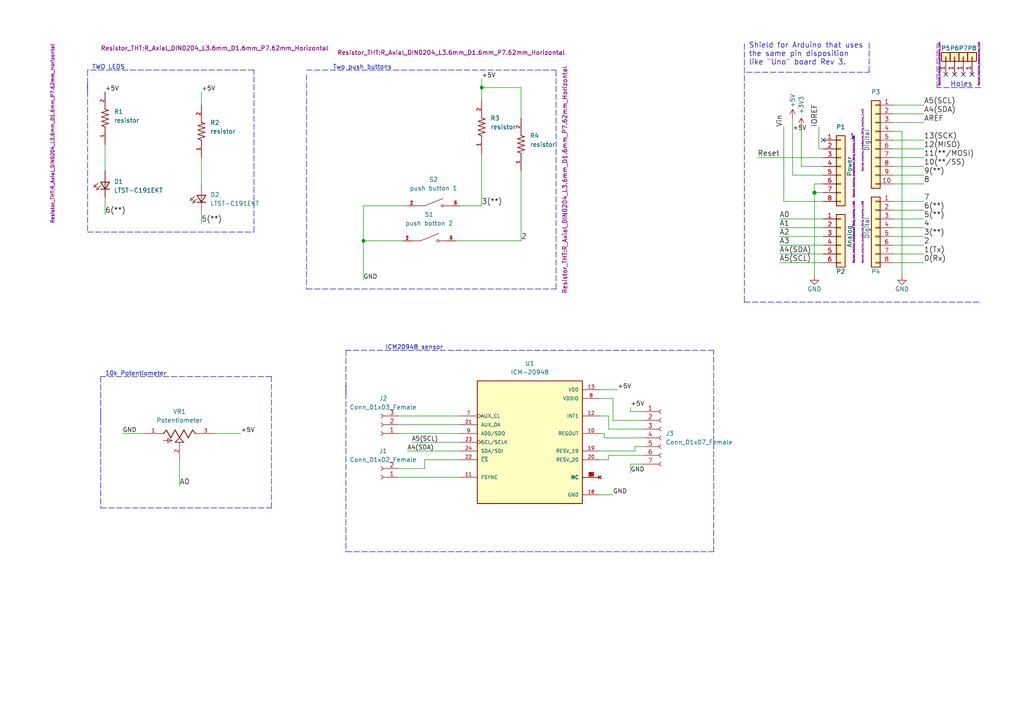
<source format=kicad_sch>
(kicad_sch (version 20211123) (generator eeschema)

  (uuid 91c6f382-c4cc-45c8-8386-827aa810f8a5)

  (paper "A4")

  (title_block
    (date "lun. 30 mars 2015")
  )

  (lib_symbols
    (symbol "3362P-1-103LF:3362P-1-103LF" (pin_names (offset 1.016) hide) (in_bom yes) (on_board yes)
      (property "Reference" "VR" (id 0) (at -10.1854 2.54 0)
        (effects (font (size 1.27 1.27)) (justify left bottom))
      )
      (property "Value" "3362P-1-103LF" (id 1) (at -10.16 -7.6454 0)
        (effects (font (size 1.27 1.27)) (justify left bottom))
      )
      (property "Footprint" "TRIM_3362P-1-103LF" (id 2) (at 0 0 0)
        (effects (font (size 1.27 1.27)) (justify left bottom) hide)
      )
      (property "Datasheet" "" (id 3) (at 0 0 0)
        (effects (font (size 1.27 1.27)) (justify left bottom) hide)
      )
      (property "STANDARD" "Manufacturer Recommendation" (id 4) (at 0 0 0)
        (effects (font (size 1.27 1.27)) (justify left bottom) hide)
      )
      (property "MF" "Bourns" (id 5) (at 0 0 0)
        (effects (font (size 1.27 1.27)) (justify left bottom) hide)
      )
      (property "MP" "3362P-1-205LF" (id 6) (at 0 0 0)
        (effects (font (size 1.27 1.27)) (justify left bottom) hide)
      )
      (property "PARTREV" "08/26/10" (id 7) (at 0 0 0)
        (effects (font (size 1.27 1.27)) (justify left bottom) hide)
      )
      (property "ki_locked" "" (id 8) (at 0 0 0)
        (effects (font (size 1.27 1.27)))
      )
      (symbol "3362P-1-103LF_0_0"
        (polyline
          (pts
            (xy -5.08 0)
            (xy -4.572 0)
          )
          (stroke (width 0.1524) (type default) (color 0 0 0 0))
          (fill (type none))
        )
        (polyline
          (pts
            (xy -4.699 -2.032)
            (xy -2.159 -2.032)
          )
          (stroke (width 0.1524) (type default) (color 0 0 0 0))
          (fill (type none))
        )
        (polyline
          (pts
            (xy -4.572 0)
            (xy -3.81 1.016)
          )
          (stroke (width 0.254) (type default) (color 0 0 0 0))
          (fill (type none))
        )
        (polyline
          (pts
            (xy -3.81 1.016)
            (xy -2.54 -1.27)
          )
          (stroke (width 0.254) (type default) (color 0 0 0 0))
          (fill (type none))
        )
        (polyline
          (pts
            (xy -3.429 -2.667)
            (xy -3.429 -1.397)
          )
          (stroke (width 0.1524) (type default) (color 0 0 0 0))
          (fill (type none))
        )
        (polyline
          (pts
            (xy -3.429 -1.397)
            (xy -2.159 -2.032)
          )
          (stroke (width 0.1524) (type default) (color 0 0 0 0))
          (fill (type none))
        )
        (polyline
          (pts
            (xy -2.54 -1.27)
            (xy -1.27 1.016)
          )
          (stroke (width 0.254) (type default) (color 0 0 0 0))
          (fill (type none))
        )
        (polyline
          (pts
            (xy -2.159 -2.032)
            (xy -3.429 -2.667)
          )
          (stroke (width 0.1524) (type default) (color 0 0 0 0))
          (fill (type none))
        )
        (polyline
          (pts
            (xy -1.27 -2.54)
            (xy 0 -1.27)
          )
          (stroke (width 0.2032) (type default) (color 0 0 0 0))
          (fill (type none))
        )
        (polyline
          (pts
            (xy -1.27 1.016)
            (xy 0 -1.27)
          )
          (stroke (width 0.254) (type default) (color 0 0 0 0))
          (fill (type none))
        )
        (polyline
          (pts
            (xy 0 -1.27)
            (xy 1.27 -2.54)
          )
          (stroke (width 0.2032) (type default) (color 0 0 0 0))
          (fill (type none))
        )
        (polyline
          (pts
            (xy 0 -1.27)
            (xy 1.27 1.016)
          )
          (stroke (width 0.254) (type default) (color 0 0 0 0))
          (fill (type none))
        )
        (polyline
          (pts
            (xy 1.27 -2.54)
            (xy -1.27 -2.54)
          )
          (stroke (width 0.2032) (type default) (color 0 0 0 0))
          (fill (type none))
        )
        (polyline
          (pts
            (xy 1.27 1.016)
            (xy 2.54 -1.27)
          )
          (stroke (width 0.254) (type default) (color 0 0 0 0))
          (fill (type none))
        )
        (polyline
          (pts
            (xy 2.54 -1.27)
            (xy 3.81 1.016)
          )
          (stroke (width 0.254) (type default) (color 0 0 0 0))
          (fill (type none))
        )
        (polyline
          (pts
            (xy 3.81 1.016)
            (xy 4.572 0)
          )
          (stroke (width 0.254) (type default) (color 0 0 0 0))
          (fill (type none))
        )
        (polyline
          (pts
            (xy 4.572 0)
            (xy 5.08 0)
          )
          (stroke (width 0.1524) (type default) (color 0 0 0 0))
          (fill (type none))
        )
        (pin passive line (at -10.16 0 0) (length 5.08)
          (name "~" (effects (font (size 1.016 1.016))))
          (number "1" (effects (font (size 1.016 1.016))))
        )
        (pin passive line (at 0 -7.62 90) (length 5.08)
          (name "~" (effects (font (size 1.016 1.016))))
          (number "2" (effects (font (size 1.016 1.016))))
        )
        (pin passive line (at 10.16 0 180) (length 5.08)
          (name "~" (effects (font (size 1.016 1.016))))
          (number "3" (effects (font (size 1.016 1.016))))
        )
      )
    )
    (symbol "8-1437565-1:8-1437565-1" (pin_names (offset 1.016) hide) (in_bom yes) (on_board yes)
      (property "Reference" "S" (id 0) (at -2.54 2.54 0)
        (effects (font (size 1.27 1.27)) (justify left bottom))
      )
      (property "Value" "8-1437565-1" (id 1) (at -2.54 -2.54 0)
        (effects (font (size 1.27 1.27)) (justify left bottom))
      )
      (property "Footprint" "SW_8-1437565-1" (id 2) (at 0 0 0)
        (effects (font (size 1.27 1.27)) (justify left bottom) hide)
      )
      (property "Datasheet" "" (id 3) (at 0 0 0)
        (effects (font (size 1.27 1.27)) (justify left bottom) hide)
      )
      (property "EU_RoHS_Compliance" "Compliant" (id 4) (at 0 0 0)
        (effects (font (size 1.27 1.27)) (justify left bottom) hide)
      )
      (property "Comment" "8-1437565-1" (id 5) (at 0 0 0)
        (effects (font (size 1.27 1.27)) (justify left bottom) hide)
      )
      (property "ki_locked" "" (id 6) (at 0 0 0)
        (effects (font (size 1.27 1.27)))
      )
      (symbol "8-1437565-1_0_0"
        (polyline
          (pts
            (xy -2.54 0)
            (xy -5.08 0)
          )
          (stroke (width 0.1524) (type default) (color 0 0 0 0))
          (fill (type none))
        )
        (polyline
          (pts
            (xy -2.54 0)
            (xy 2.794 2.1336)
          )
          (stroke (width 0.1524) (type default) (color 0 0 0 0))
          (fill (type none))
        )
        (polyline
          (pts
            (xy 5.08 0)
            (xy 2.921 0)
          )
          (stroke (width 0.1524) (type default) (color 0 0 0 0))
          (fill (type none))
        )
        (circle (center 2.54 0) (radius 0.3302)
          (stroke (width 0.1524) (type default) (color 0 0 0 0))
          (fill (type none))
        )
        (pin passive line (at -7.62 0 0) (length 2.54)
          (name "~" (effects (font (size 1.016 1.016))))
          (number "1" (effects (font (size 1.016 1.016))))
        )
        (pin passive line (at -7.62 0 0) (length 2.54)
          (name "~" (effects (font (size 1.016 1.016))))
          (number "2" (effects (font (size 1.016 1.016))))
        )
        (pin passive line (at 7.62 0 180) (length 2.54)
          (name "~" (effects (font (size 1.016 1.016))))
          (number "3" (effects (font (size 1.016 1.016))))
        )
        (pin passive line (at 7.62 0 180) (length 2.54)
          (name "~" (effects (font (size 1.016 1.016))))
          (number "4" (effects (font (size 1.016 1.016))))
        )
      )
    )
    (symbol "Connector:Conn_01x02_Female" (pin_names (offset 1.016) hide) (in_bom yes) (on_board yes)
      (property "Reference" "J" (id 0) (at 0 2.54 0)
        (effects (font (size 1.27 1.27)))
      )
      (property "Value" "Conn_01x02_Female" (id 1) (at 0 -5.08 0)
        (effects (font (size 1.27 1.27)))
      )
      (property "Footprint" "" (id 2) (at 0 0 0)
        (effects (font (size 1.27 1.27)) hide)
      )
      (property "Datasheet" "~" (id 3) (at 0 0 0)
        (effects (font (size 1.27 1.27)) hide)
      )
      (property "ki_keywords" "connector" (id 4) (at 0 0 0)
        (effects (font (size 1.27 1.27)) hide)
      )
      (property "ki_description" "Generic connector, single row, 01x02, script generated (kicad-library-utils/schlib/autogen/connector/)" (id 5) (at 0 0 0)
        (effects (font (size 1.27 1.27)) hide)
      )
      (property "ki_fp_filters" "Connector*:*_1x??_*" (id 6) (at 0 0 0)
        (effects (font (size 1.27 1.27)) hide)
      )
      (symbol "Conn_01x02_Female_1_1"
        (arc (start 0 -2.032) (mid -0.508 -2.54) (end 0 -3.048)
          (stroke (width 0.1524) (type default) (color 0 0 0 0))
          (fill (type none))
        )
        (polyline
          (pts
            (xy -1.27 -2.54)
            (xy -0.508 -2.54)
          )
          (stroke (width 0.1524) (type default) (color 0 0 0 0))
          (fill (type none))
        )
        (polyline
          (pts
            (xy -1.27 0)
            (xy -0.508 0)
          )
          (stroke (width 0.1524) (type default) (color 0 0 0 0))
          (fill (type none))
        )
        (arc (start 0 0.508) (mid -0.508 0) (end 0 -0.508)
          (stroke (width 0.1524) (type default) (color 0 0 0 0))
          (fill (type none))
        )
        (pin passive line (at -5.08 0 0) (length 3.81)
          (name "Pin_1" (effects (font (size 1.27 1.27))))
          (number "1" (effects (font (size 1.27 1.27))))
        )
        (pin passive line (at -5.08 -2.54 0) (length 3.81)
          (name "Pin_2" (effects (font (size 1.27 1.27))))
          (number "2" (effects (font (size 1.27 1.27))))
        )
      )
    )
    (symbol "Connector:Conn_01x03_Female" (pin_names (offset 1.016) hide) (in_bom yes) (on_board yes)
      (property "Reference" "J" (id 0) (at 0 5.08 0)
        (effects (font (size 1.27 1.27)))
      )
      (property "Value" "Conn_01x03_Female" (id 1) (at 0 -5.08 0)
        (effects (font (size 1.27 1.27)))
      )
      (property "Footprint" "" (id 2) (at 0 0 0)
        (effects (font (size 1.27 1.27)) hide)
      )
      (property "Datasheet" "~" (id 3) (at 0 0 0)
        (effects (font (size 1.27 1.27)) hide)
      )
      (property "ki_keywords" "connector" (id 4) (at 0 0 0)
        (effects (font (size 1.27 1.27)) hide)
      )
      (property "ki_description" "Generic connector, single row, 01x03, script generated (kicad-library-utils/schlib/autogen/connector/)" (id 5) (at 0 0 0)
        (effects (font (size 1.27 1.27)) hide)
      )
      (property "ki_fp_filters" "Connector*:*_1x??_*" (id 6) (at 0 0 0)
        (effects (font (size 1.27 1.27)) hide)
      )
      (symbol "Conn_01x03_Female_1_1"
        (arc (start 0 -2.032) (mid -0.508 -2.54) (end 0 -3.048)
          (stroke (width 0.1524) (type default) (color 0 0 0 0))
          (fill (type none))
        )
        (polyline
          (pts
            (xy -1.27 -2.54)
            (xy -0.508 -2.54)
          )
          (stroke (width 0.1524) (type default) (color 0 0 0 0))
          (fill (type none))
        )
        (polyline
          (pts
            (xy -1.27 0)
            (xy -0.508 0)
          )
          (stroke (width 0.1524) (type default) (color 0 0 0 0))
          (fill (type none))
        )
        (polyline
          (pts
            (xy -1.27 2.54)
            (xy -0.508 2.54)
          )
          (stroke (width 0.1524) (type default) (color 0 0 0 0))
          (fill (type none))
        )
        (arc (start 0 0.508) (mid -0.508 0) (end 0 -0.508)
          (stroke (width 0.1524) (type default) (color 0 0 0 0))
          (fill (type none))
        )
        (arc (start 0 3.048) (mid -0.508 2.54) (end 0 2.032)
          (stroke (width 0.1524) (type default) (color 0 0 0 0))
          (fill (type none))
        )
        (pin passive line (at -5.08 2.54 0) (length 3.81)
          (name "Pin_1" (effects (font (size 1.27 1.27))))
          (number "1" (effects (font (size 1.27 1.27))))
        )
        (pin passive line (at -5.08 0 0) (length 3.81)
          (name "Pin_2" (effects (font (size 1.27 1.27))))
          (number "2" (effects (font (size 1.27 1.27))))
        )
        (pin passive line (at -5.08 -2.54 0) (length 3.81)
          (name "Pin_3" (effects (font (size 1.27 1.27))))
          (number "3" (effects (font (size 1.27 1.27))))
        )
      )
    )
    (symbol "Connector:Conn_01x07_Female" (pin_names (offset 1.016) hide) (in_bom yes) (on_board yes)
      (property "Reference" "J" (id 0) (at 0 10.16 0)
        (effects (font (size 1.27 1.27)))
      )
      (property "Value" "Conn_01x07_Female" (id 1) (at 0 -10.16 0)
        (effects (font (size 1.27 1.27)))
      )
      (property "Footprint" "" (id 2) (at 0 0 0)
        (effects (font (size 1.27 1.27)) hide)
      )
      (property "Datasheet" "~" (id 3) (at 0 0 0)
        (effects (font (size 1.27 1.27)) hide)
      )
      (property "ki_keywords" "connector" (id 4) (at 0 0 0)
        (effects (font (size 1.27 1.27)) hide)
      )
      (property "ki_description" "Generic connector, single row, 01x07, script generated (kicad-library-utils/schlib/autogen/connector/)" (id 5) (at 0 0 0)
        (effects (font (size 1.27 1.27)) hide)
      )
      (property "ki_fp_filters" "Connector*:*_1x??_*" (id 6) (at 0 0 0)
        (effects (font (size 1.27 1.27)) hide)
      )
      (symbol "Conn_01x07_Female_1_1"
        (arc (start 0 -7.112) (mid -0.508 -7.62) (end 0 -8.128)
          (stroke (width 0.1524) (type default) (color 0 0 0 0))
          (fill (type none))
        )
        (arc (start 0 -4.572) (mid -0.508 -5.08) (end 0 -5.588)
          (stroke (width 0.1524) (type default) (color 0 0 0 0))
          (fill (type none))
        )
        (arc (start 0 -2.032) (mid -0.508 -2.54) (end 0 -3.048)
          (stroke (width 0.1524) (type default) (color 0 0 0 0))
          (fill (type none))
        )
        (polyline
          (pts
            (xy -1.27 -7.62)
            (xy -0.508 -7.62)
          )
          (stroke (width 0.1524) (type default) (color 0 0 0 0))
          (fill (type none))
        )
        (polyline
          (pts
            (xy -1.27 -5.08)
            (xy -0.508 -5.08)
          )
          (stroke (width 0.1524) (type default) (color 0 0 0 0))
          (fill (type none))
        )
        (polyline
          (pts
            (xy -1.27 -2.54)
            (xy -0.508 -2.54)
          )
          (stroke (width 0.1524) (type default) (color 0 0 0 0))
          (fill (type none))
        )
        (polyline
          (pts
            (xy -1.27 0)
            (xy -0.508 0)
          )
          (stroke (width 0.1524) (type default) (color 0 0 0 0))
          (fill (type none))
        )
        (polyline
          (pts
            (xy -1.27 2.54)
            (xy -0.508 2.54)
          )
          (stroke (width 0.1524) (type default) (color 0 0 0 0))
          (fill (type none))
        )
        (polyline
          (pts
            (xy -1.27 5.08)
            (xy -0.508 5.08)
          )
          (stroke (width 0.1524) (type default) (color 0 0 0 0))
          (fill (type none))
        )
        (polyline
          (pts
            (xy -1.27 7.62)
            (xy -0.508 7.62)
          )
          (stroke (width 0.1524) (type default) (color 0 0 0 0))
          (fill (type none))
        )
        (arc (start 0 0.508) (mid -0.508 0) (end 0 -0.508)
          (stroke (width 0.1524) (type default) (color 0 0 0 0))
          (fill (type none))
        )
        (arc (start 0 3.048) (mid -0.508 2.54) (end 0 2.032)
          (stroke (width 0.1524) (type default) (color 0 0 0 0))
          (fill (type none))
        )
        (arc (start 0 5.588) (mid -0.508 5.08) (end 0 4.572)
          (stroke (width 0.1524) (type default) (color 0 0 0 0))
          (fill (type none))
        )
        (arc (start 0 8.128) (mid -0.508 7.62) (end 0 7.112)
          (stroke (width 0.1524) (type default) (color 0 0 0 0))
          (fill (type none))
        )
        (pin passive line (at -5.08 7.62 0) (length 3.81)
          (name "Pin_1" (effects (font (size 1.27 1.27))))
          (number "1" (effects (font (size 1.27 1.27))))
        )
        (pin passive line (at -5.08 5.08 0) (length 3.81)
          (name "Pin_2" (effects (font (size 1.27 1.27))))
          (number "2" (effects (font (size 1.27 1.27))))
        )
        (pin passive line (at -5.08 2.54 0) (length 3.81)
          (name "Pin_3" (effects (font (size 1.27 1.27))))
          (number "3" (effects (font (size 1.27 1.27))))
        )
        (pin passive line (at -5.08 0 0) (length 3.81)
          (name "Pin_4" (effects (font (size 1.27 1.27))))
          (number "4" (effects (font (size 1.27 1.27))))
        )
        (pin passive line (at -5.08 -2.54 0) (length 3.81)
          (name "Pin_5" (effects (font (size 1.27 1.27))))
          (number "5" (effects (font (size 1.27 1.27))))
        )
        (pin passive line (at -5.08 -5.08 0) (length 3.81)
          (name "Pin_6" (effects (font (size 1.27 1.27))))
          (number "6" (effects (font (size 1.27 1.27))))
        )
        (pin passive line (at -5.08 -7.62 0) (length 3.81)
          (name "Pin_7" (effects (font (size 1.27 1.27))))
          (number "7" (effects (font (size 1.27 1.27))))
        )
      )
    )
    (symbol "Connector_Generic:Conn_01x01" (pin_names (offset 1.016) hide) (in_bom yes) (on_board yes)
      (property "Reference" "J" (id 0) (at 0 2.54 0)
        (effects (font (size 1.27 1.27)))
      )
      (property "Value" "Conn_01x01" (id 1) (at 0 -2.54 0)
        (effects (font (size 1.27 1.27)))
      )
      (property "Footprint" "" (id 2) (at 0 0 0)
        (effects (font (size 1.27 1.27)) hide)
      )
      (property "Datasheet" "~" (id 3) (at 0 0 0)
        (effects (font (size 1.27 1.27)) hide)
      )
      (property "ki_keywords" "connector" (id 4) (at 0 0 0)
        (effects (font (size 1.27 1.27)) hide)
      )
      (property "ki_description" "Generic connector, single row, 01x01, script generated (kicad-library-utils/schlib/autogen/connector/)" (id 5) (at 0 0 0)
        (effects (font (size 1.27 1.27)) hide)
      )
      (property "ki_fp_filters" "Connector*:*_1x??_*" (id 6) (at 0 0 0)
        (effects (font (size 1.27 1.27)) hide)
      )
      (symbol "Conn_01x01_1_1"
        (rectangle (start -1.27 0.127) (end 0 -0.127)
          (stroke (width 0.1524) (type default) (color 0 0 0 0))
          (fill (type none))
        )
        (rectangle (start -1.27 1.27) (end 1.27 -1.27)
          (stroke (width 0.254) (type default) (color 0 0 0 0))
          (fill (type background))
        )
        (pin passive line (at -5.08 0 0) (length 3.81)
          (name "Pin_1" (effects (font (size 1.27 1.27))))
          (number "1" (effects (font (size 1.27 1.27))))
        )
      )
    )
    (symbol "Connector_Generic:Conn_01x06" (pin_names (offset 1.016) hide) (in_bom yes) (on_board yes)
      (property "Reference" "J" (id 0) (at 0 7.62 0)
        (effects (font (size 1.27 1.27)))
      )
      (property "Value" "Conn_01x06" (id 1) (at 0 -10.16 0)
        (effects (font (size 1.27 1.27)))
      )
      (property "Footprint" "" (id 2) (at 0 0 0)
        (effects (font (size 1.27 1.27)) hide)
      )
      (property "Datasheet" "~" (id 3) (at 0 0 0)
        (effects (font (size 1.27 1.27)) hide)
      )
      (property "ki_keywords" "connector" (id 4) (at 0 0 0)
        (effects (font (size 1.27 1.27)) hide)
      )
      (property "ki_description" "Generic connector, single row, 01x06, script generated (kicad-library-utils/schlib/autogen/connector/)" (id 5) (at 0 0 0)
        (effects (font (size 1.27 1.27)) hide)
      )
      (property "ki_fp_filters" "Connector*:*_1x??_*" (id 6) (at 0 0 0)
        (effects (font (size 1.27 1.27)) hide)
      )
      (symbol "Conn_01x06_1_1"
        (rectangle (start -1.27 -7.493) (end 0 -7.747)
          (stroke (width 0.1524) (type default) (color 0 0 0 0))
          (fill (type none))
        )
        (rectangle (start -1.27 -4.953) (end 0 -5.207)
          (stroke (width 0.1524) (type default) (color 0 0 0 0))
          (fill (type none))
        )
        (rectangle (start -1.27 -2.413) (end 0 -2.667)
          (stroke (width 0.1524) (type default) (color 0 0 0 0))
          (fill (type none))
        )
        (rectangle (start -1.27 0.127) (end 0 -0.127)
          (stroke (width 0.1524) (type default) (color 0 0 0 0))
          (fill (type none))
        )
        (rectangle (start -1.27 2.667) (end 0 2.413)
          (stroke (width 0.1524) (type default) (color 0 0 0 0))
          (fill (type none))
        )
        (rectangle (start -1.27 5.207) (end 0 4.953)
          (stroke (width 0.1524) (type default) (color 0 0 0 0))
          (fill (type none))
        )
        (rectangle (start -1.27 6.35) (end 1.27 -8.89)
          (stroke (width 0.254) (type default) (color 0 0 0 0))
          (fill (type background))
        )
        (pin passive line (at -5.08 5.08 0) (length 3.81)
          (name "Pin_1" (effects (font (size 1.27 1.27))))
          (number "1" (effects (font (size 1.27 1.27))))
        )
        (pin passive line (at -5.08 2.54 0) (length 3.81)
          (name "Pin_2" (effects (font (size 1.27 1.27))))
          (number "2" (effects (font (size 1.27 1.27))))
        )
        (pin passive line (at -5.08 0 0) (length 3.81)
          (name "Pin_3" (effects (font (size 1.27 1.27))))
          (number "3" (effects (font (size 1.27 1.27))))
        )
        (pin passive line (at -5.08 -2.54 0) (length 3.81)
          (name "Pin_4" (effects (font (size 1.27 1.27))))
          (number "4" (effects (font (size 1.27 1.27))))
        )
        (pin passive line (at -5.08 -5.08 0) (length 3.81)
          (name "Pin_5" (effects (font (size 1.27 1.27))))
          (number "5" (effects (font (size 1.27 1.27))))
        )
        (pin passive line (at -5.08 -7.62 0) (length 3.81)
          (name "Pin_6" (effects (font (size 1.27 1.27))))
          (number "6" (effects (font (size 1.27 1.27))))
        )
      )
    )
    (symbol "Connector_Generic:Conn_01x08" (pin_names (offset 1.016) hide) (in_bom yes) (on_board yes)
      (property "Reference" "J" (id 0) (at 0 10.16 0)
        (effects (font (size 1.27 1.27)))
      )
      (property "Value" "Conn_01x08" (id 1) (at 0 -12.7 0)
        (effects (font (size 1.27 1.27)))
      )
      (property "Footprint" "" (id 2) (at 0 0 0)
        (effects (font (size 1.27 1.27)) hide)
      )
      (property "Datasheet" "~" (id 3) (at 0 0 0)
        (effects (font (size 1.27 1.27)) hide)
      )
      (property "ki_keywords" "connector" (id 4) (at 0 0 0)
        (effects (font (size 1.27 1.27)) hide)
      )
      (property "ki_description" "Generic connector, single row, 01x08, script generated (kicad-library-utils/schlib/autogen/connector/)" (id 5) (at 0 0 0)
        (effects (font (size 1.27 1.27)) hide)
      )
      (property "ki_fp_filters" "Connector*:*_1x??_*" (id 6) (at 0 0 0)
        (effects (font (size 1.27 1.27)) hide)
      )
      (symbol "Conn_01x08_1_1"
        (rectangle (start -1.27 -10.033) (end 0 -10.287)
          (stroke (width 0.1524) (type default) (color 0 0 0 0))
          (fill (type none))
        )
        (rectangle (start -1.27 -7.493) (end 0 -7.747)
          (stroke (width 0.1524) (type default) (color 0 0 0 0))
          (fill (type none))
        )
        (rectangle (start -1.27 -4.953) (end 0 -5.207)
          (stroke (width 0.1524) (type default) (color 0 0 0 0))
          (fill (type none))
        )
        (rectangle (start -1.27 -2.413) (end 0 -2.667)
          (stroke (width 0.1524) (type default) (color 0 0 0 0))
          (fill (type none))
        )
        (rectangle (start -1.27 0.127) (end 0 -0.127)
          (stroke (width 0.1524) (type default) (color 0 0 0 0))
          (fill (type none))
        )
        (rectangle (start -1.27 2.667) (end 0 2.413)
          (stroke (width 0.1524) (type default) (color 0 0 0 0))
          (fill (type none))
        )
        (rectangle (start -1.27 5.207) (end 0 4.953)
          (stroke (width 0.1524) (type default) (color 0 0 0 0))
          (fill (type none))
        )
        (rectangle (start -1.27 7.747) (end 0 7.493)
          (stroke (width 0.1524) (type default) (color 0 0 0 0))
          (fill (type none))
        )
        (rectangle (start -1.27 8.89) (end 1.27 -11.43)
          (stroke (width 0.254) (type default) (color 0 0 0 0))
          (fill (type background))
        )
        (pin passive line (at -5.08 7.62 0) (length 3.81)
          (name "Pin_1" (effects (font (size 1.27 1.27))))
          (number "1" (effects (font (size 1.27 1.27))))
        )
        (pin passive line (at -5.08 5.08 0) (length 3.81)
          (name "Pin_2" (effects (font (size 1.27 1.27))))
          (number "2" (effects (font (size 1.27 1.27))))
        )
        (pin passive line (at -5.08 2.54 0) (length 3.81)
          (name "Pin_3" (effects (font (size 1.27 1.27))))
          (number "3" (effects (font (size 1.27 1.27))))
        )
        (pin passive line (at -5.08 0 0) (length 3.81)
          (name "Pin_4" (effects (font (size 1.27 1.27))))
          (number "4" (effects (font (size 1.27 1.27))))
        )
        (pin passive line (at -5.08 -2.54 0) (length 3.81)
          (name "Pin_5" (effects (font (size 1.27 1.27))))
          (number "5" (effects (font (size 1.27 1.27))))
        )
        (pin passive line (at -5.08 -5.08 0) (length 3.81)
          (name "Pin_6" (effects (font (size 1.27 1.27))))
          (number "6" (effects (font (size 1.27 1.27))))
        )
        (pin passive line (at -5.08 -7.62 0) (length 3.81)
          (name "Pin_7" (effects (font (size 1.27 1.27))))
          (number "7" (effects (font (size 1.27 1.27))))
        )
        (pin passive line (at -5.08 -10.16 0) (length 3.81)
          (name "Pin_8" (effects (font (size 1.27 1.27))))
          (number "8" (effects (font (size 1.27 1.27))))
        )
      )
    )
    (symbol "Connector_Generic:Conn_01x10" (pin_names (offset 1.016) hide) (in_bom yes) (on_board yes)
      (property "Reference" "J" (id 0) (at 0 12.7 0)
        (effects (font (size 1.27 1.27)))
      )
      (property "Value" "Conn_01x10" (id 1) (at 0 -15.24 0)
        (effects (font (size 1.27 1.27)))
      )
      (property "Footprint" "" (id 2) (at 0 0 0)
        (effects (font (size 1.27 1.27)) hide)
      )
      (property "Datasheet" "~" (id 3) (at 0 0 0)
        (effects (font (size 1.27 1.27)) hide)
      )
      (property "ki_keywords" "connector" (id 4) (at 0 0 0)
        (effects (font (size 1.27 1.27)) hide)
      )
      (property "ki_description" "Generic connector, single row, 01x10, script generated (kicad-library-utils/schlib/autogen/connector/)" (id 5) (at 0 0 0)
        (effects (font (size 1.27 1.27)) hide)
      )
      (property "ki_fp_filters" "Connector*:*_1x??_*" (id 6) (at 0 0 0)
        (effects (font (size 1.27 1.27)) hide)
      )
      (symbol "Conn_01x10_1_1"
        (rectangle (start -1.27 -12.573) (end 0 -12.827)
          (stroke (width 0.1524) (type default) (color 0 0 0 0))
          (fill (type none))
        )
        (rectangle (start -1.27 -10.033) (end 0 -10.287)
          (stroke (width 0.1524) (type default) (color 0 0 0 0))
          (fill (type none))
        )
        (rectangle (start -1.27 -7.493) (end 0 -7.747)
          (stroke (width 0.1524) (type default) (color 0 0 0 0))
          (fill (type none))
        )
        (rectangle (start -1.27 -4.953) (end 0 -5.207)
          (stroke (width 0.1524) (type default) (color 0 0 0 0))
          (fill (type none))
        )
        (rectangle (start -1.27 -2.413) (end 0 -2.667)
          (stroke (width 0.1524) (type default) (color 0 0 0 0))
          (fill (type none))
        )
        (rectangle (start -1.27 0.127) (end 0 -0.127)
          (stroke (width 0.1524) (type default) (color 0 0 0 0))
          (fill (type none))
        )
        (rectangle (start -1.27 2.667) (end 0 2.413)
          (stroke (width 0.1524) (type default) (color 0 0 0 0))
          (fill (type none))
        )
        (rectangle (start -1.27 5.207) (end 0 4.953)
          (stroke (width 0.1524) (type default) (color 0 0 0 0))
          (fill (type none))
        )
        (rectangle (start -1.27 7.747) (end 0 7.493)
          (stroke (width 0.1524) (type default) (color 0 0 0 0))
          (fill (type none))
        )
        (rectangle (start -1.27 10.287) (end 0 10.033)
          (stroke (width 0.1524) (type default) (color 0 0 0 0))
          (fill (type none))
        )
        (rectangle (start -1.27 11.43) (end 1.27 -13.97)
          (stroke (width 0.254) (type default) (color 0 0 0 0))
          (fill (type background))
        )
        (pin passive line (at -5.08 10.16 0) (length 3.81)
          (name "Pin_1" (effects (font (size 1.27 1.27))))
          (number "1" (effects (font (size 1.27 1.27))))
        )
        (pin passive line (at -5.08 -12.7 0) (length 3.81)
          (name "Pin_10" (effects (font (size 1.27 1.27))))
          (number "10" (effects (font (size 1.27 1.27))))
        )
        (pin passive line (at -5.08 7.62 0) (length 3.81)
          (name "Pin_2" (effects (font (size 1.27 1.27))))
          (number "2" (effects (font (size 1.27 1.27))))
        )
        (pin passive line (at -5.08 5.08 0) (length 3.81)
          (name "Pin_3" (effects (font (size 1.27 1.27))))
          (number "3" (effects (font (size 1.27 1.27))))
        )
        (pin passive line (at -5.08 2.54 0) (length 3.81)
          (name "Pin_4" (effects (font (size 1.27 1.27))))
          (number "4" (effects (font (size 1.27 1.27))))
        )
        (pin passive line (at -5.08 0 0) (length 3.81)
          (name "Pin_5" (effects (font (size 1.27 1.27))))
          (number "5" (effects (font (size 1.27 1.27))))
        )
        (pin passive line (at -5.08 -2.54 0) (length 3.81)
          (name "Pin_6" (effects (font (size 1.27 1.27))))
          (number "6" (effects (font (size 1.27 1.27))))
        )
        (pin passive line (at -5.08 -5.08 0) (length 3.81)
          (name "Pin_7" (effects (font (size 1.27 1.27))))
          (number "7" (effects (font (size 1.27 1.27))))
        )
        (pin passive line (at -5.08 -7.62 0) (length 3.81)
          (name "Pin_8" (effects (font (size 1.27 1.27))))
          (number "8" (effects (font (size 1.27 1.27))))
        )
        (pin passive line (at -5.08 -10.16 0) (length 3.81)
          (name "Pin_9" (effects (font (size 1.27 1.27))))
          (number "9" (effects (font (size 1.27 1.27))))
        )
      )
    )
    (symbol "ICM-20948:ICM-20948" (pin_names (offset 1.016)) (in_bom yes) (on_board yes)
      (property "Reference" "U" (id 0) (at -15.24 18.415 0)
        (effects (font (size 1.27 1.27)) (justify left bottom))
      )
      (property "Value" "ICM-20948" (id 1) (at -15.24 -20.32 0)
        (effects (font (size 1.27 1.27)) (justify left bottom))
      )
      (property "Footprint" "QFN40P300X300X105-24N" (id 2) (at 0 0 0)
        (effects (font (size 1.27 1.27)) (justify left bottom) hide)
      )
      (property "Datasheet" "" (id 3) (at 0 0 0)
        (effects (font (size 1.27 1.27)) (justify left bottom) hide)
      )
      (property "MANUFACTURER" "TDK InvenSense" (id 4) (at 0 0 0)
        (effects (font (size 1.27 1.27)) (justify left bottom) hide)
      )
      (property "PARTREV" "1.3" (id 5) (at 0 0 0)
        (effects (font (size 1.27 1.27)) (justify left bottom) hide)
      )
      (property "MAXIMUM_PACKAGE_HEIGHT" "1.05 mm" (id 6) (at 0 0 0)
        (effects (font (size 1.27 1.27)) (justify left bottom) hide)
      )
      (property "STANDARD" "IPC 7351B" (id 7) (at 0 0 0)
        (effects (font (size 1.27 1.27)) (justify left bottom) hide)
      )
      (property "ki_locked" "" (id 8) (at 0 0 0)
        (effects (font (size 1.27 1.27)))
      )
      (symbol "ICM-20948_0_0"
        (rectangle (start -15.24 -17.78) (end 15.24 17.78)
          (stroke (width 0.254) (type default) (color 0 0 0 0))
          (fill (type background))
        )
        (pin no_connect line (at 20.32 -10.16 180) (length 5.08)
          (name "NC" (effects (font (size 1.016 1.016))))
          (number "1" (effects (font (size 1.016 1.016))))
        )
        (pin output line (at 20.32 2.54 180) (length 5.08)
          (name "REGOUT" (effects (font (size 1.016 1.016))))
          (number "10" (effects (font (size 1.016 1.016))))
        )
        (pin input line (at -20.32 -10.16 0) (length 5.08)
          (name "FSYNC" (effects (font (size 1.016 1.016))))
          (number "11" (effects (font (size 1.016 1.016))))
        )
        (pin output line (at 20.32 7.62 180) (length 5.08)
          (name "INT1" (effects (font (size 1.016 1.016))))
          (number "12" (effects (font (size 1.016 1.016))))
        )
        (pin power_in line (at 20.32 15.24 180) (length 5.08)
          (name "VDD" (effects (font (size 1.016 1.016))))
          (number "13" (effects (font (size 1.016 1.016))))
        )
        (pin no_connect line (at 20.32 -10.16 180) (length 5.08)
          (name "NC" (effects (font (size 1.016 1.016))))
          (number "14" (effects (font (size 1.016 1.016))))
        )
        (pin no_connect line (at 20.32 -10.16 180) (length 5.08)
          (name "NC" (effects (font (size 1.016 1.016))))
          (number "15" (effects (font (size 1.016 1.016))))
        )
        (pin no_connect line (at 20.32 -10.16 180) (length 5.08)
          (name "NC" (effects (font (size 1.016 1.016))))
          (number "16" (effects (font (size 1.016 1.016))))
        )
        (pin no_connect line (at 20.32 -10.16 180) (length 5.08)
          (name "NC" (effects (font (size 1.016 1.016))))
          (number "17" (effects (font (size 1.016 1.016))))
        )
        (pin power_in line (at 20.32 -15.24 180) (length 5.08)
          (name "GND" (effects (font (size 1.016 1.016))))
          (number "18" (effects (font (size 1.016 1.016))))
        )
        (pin passive line (at 20.32 -2.54 180) (length 5.08)
          (name "RESV_19" (effects (font (size 1.016 1.016))))
          (number "19" (effects (font (size 1.016 1.016))))
        )
        (pin no_connect line (at 20.32 -10.16 180) (length 5.08)
          (name "NC" (effects (font (size 1.016 1.016))))
          (number "2" (effects (font (size 1.016 1.016))))
        )
        (pin passive line (at 20.32 -5.08 180) (length 5.08)
          (name "RESV_20" (effects (font (size 1.016 1.016))))
          (number "20" (effects (font (size 1.016 1.016))))
        )
        (pin bidirectional line (at -20.32 5.08 0) (length 5.08)
          (name "AUX_DA" (effects (font (size 1.016 1.016))))
          (number "21" (effects (font (size 1.016 1.016))))
        )
        (pin input line (at -20.32 -5.08 0) (length 5.08)
          (name "~{CS}" (effects (font (size 1.016 1.016))))
          (number "22" (effects (font (size 1.016 1.016))))
        )
        (pin input clock (at -20.32 0 0) (length 5.08)
          (name "SCL/SCLK" (effects (font (size 1.016 1.016))))
          (number "23" (effects (font (size 1.016 1.016))))
        )
        (pin bidirectional line (at -20.32 -2.54 0) (length 5.08)
          (name "SDA/SDI" (effects (font (size 1.016 1.016))))
          (number "24" (effects (font (size 1.016 1.016))))
        )
        (pin no_connect line (at 20.32 -10.16 180) (length 5.08)
          (name "NC" (effects (font (size 1.016 1.016))))
          (number "3" (effects (font (size 1.016 1.016))))
        )
        (pin no_connect line (at 20.32 -10.16 180) (length 5.08)
          (name "NC" (effects (font (size 1.016 1.016))))
          (number "4" (effects (font (size 1.016 1.016))))
        )
        (pin no_connect line (at 20.32 -10.16 180) (length 5.08)
          (name "NC" (effects (font (size 1.016 1.016))))
          (number "5" (effects (font (size 1.016 1.016))))
        )
        (pin no_connect line (at 20.32 -10.16 180) (length 5.08)
          (name "NC" (effects (font (size 1.016 1.016))))
          (number "6" (effects (font (size 1.016 1.016))))
        )
        (pin input clock (at -20.32 7.62 0) (length 5.08)
          (name "AUX_CL" (effects (font (size 1.016 1.016))))
          (number "7" (effects (font (size 1.016 1.016))))
        )
        (pin power_in line (at 20.32 12.7 180) (length 5.08)
          (name "VDDIO" (effects (font (size 1.016 1.016))))
          (number "8" (effects (font (size 1.016 1.016))))
        )
        (pin bidirectional line (at -20.32 2.54 0) (length 5.08)
          (name "AD0/SDO" (effects (font (size 1.016 1.016))))
          (number "9" (effects (font (size 1.016 1.016))))
        )
      )
    )
    (symbol "LTST-C191EKT:LTST-C191EKT" (pin_numbers hide) (pin_names (offset 1.016) hide) (in_bom yes) (on_board yes)
      (property "Reference" "D" (id 0) (at 2.54 2.54 0)
        (effects (font (size 1.27 1.27)) (justify left bottom))
      )
      (property "Value" "LTST-C191EKT" (id 1) (at 2.54 0 0)
        (effects (font (size 1.27 1.27)) (justify left bottom))
      )
      (property "Footprint" "0603" (id 2) (at 0 0 0)
        (effects (font (size 1.27 1.27)) (justify left bottom) hide)
      )
      (property "Datasheet" "" (id 3) (at 0 0 0)
        (effects (font (size 1.27 1.27)) (justify left bottom) hide)
      )
      (property "ki_locked" "" (id 4) (at 0 0 0)
        (effects (font (size 1.27 1.27)))
      )
      (symbol "LTST-C191EKT_0_0"
        (polyline
          (pts
            (xy -2.032 1.524)
            (xy -2.921 0.635)
          )
          (stroke (width 0.1524) (type default) (color 0 0 0 0))
          (fill (type none))
        )
        (polyline
          (pts
            (xy -1.27 0.762)
            (xy -2.159 -0.127)
          )
          (stroke (width 0.1524) (type default) (color 0 0 0 0))
          (fill (type none))
        )
        (polyline
          (pts
            (xy 0 -0.254)
            (xy -1.27 -0.254)
          )
          (stroke (width 0.254) (type default) (color 0 0 0 0))
          (fill (type none))
        )
        (polyline
          (pts
            (xy 0 -0.254)
            (xy -1.27 1.778)
          )
          (stroke (width 0.254) (type default) (color 0 0 0 0))
          (fill (type none))
        )
        (polyline
          (pts
            (xy 1.27 -0.254)
            (xy 0 -0.254)
          )
          (stroke (width 0.254) (type default) (color 0 0 0 0))
          (fill (type none))
        )
        (polyline
          (pts
            (xy 1.27 1.778)
            (xy -1.27 1.778)
          )
          (stroke (width 0.254) (type default) (color 0 0 0 0))
          (fill (type none))
        )
        (polyline
          (pts
            (xy 1.27 1.778)
            (xy 0 -0.254)
          )
          (stroke (width 0.254) (type default) (color 0 0 0 0))
          (fill (type none))
        )
        (polyline
          (pts
            (xy -3.048 1.016)
            (xy -3.302 0.254)
            (xy -2.54 0.508)
            (xy -3.048 1.016)
          )
          (stroke (width 0.1524) (type default) (color 0 0 0 0))
          (fill (type background))
        )
        (polyline
          (pts
            (xy -2.286 0.254)
            (xy -2.54 -0.508)
            (xy -1.778 -0.254)
            (xy -2.286 0.254)
          )
          (stroke (width 0.1524) (type default) (color 0 0 0 0))
          (fill (type background))
        )
        (pin passive line (at 0 -2.54 90) (length 2.54)
          (name "~" (effects (font (size 1.016 1.016))))
          (number "1" (effects (font (size 1.016 1.016))))
        )
        (pin passive line (at 0 5.08 270) (length 5.08)
          (name "~" (effects (font (size 1.016 1.016))))
          (number "2" (effects (font (size 1.016 1.016))))
        )
      )
    )
    (symbol "RC0603JR-071KL:RC0603JR-071KL" (pin_names (offset 1.016) hide) (in_bom yes) (on_board yes)
      (property "Reference" "R" (id 0) (at -3.81 1.4986 0)
        (effects (font (size 1.27 1.27)) (justify left bottom))
      )
      (property "Value" "RC0603JR-071KL" (id 1) (at -3.81 -3.302 0)
        (effects (font (size 1.27 1.27)) (justify left bottom))
      )
      (property "Footprint" "RESC1607X60N" (id 2) (at 0 0 0)
        (effects (font (size 1.27 1.27)) (justify left bottom) hide)
      )
      (property "Datasheet" "" (id 3) (at 0 0 0)
        (effects (font (size 1.27 1.27)) (justify left bottom) hide)
      )
      (property "ki_locked" "" (id 4) (at 0 0 0)
        (effects (font (size 1.27 1.27)))
      )
      (symbol "RC0603JR-071KL_0_0"
        (polyline
          (pts
            (xy -2.54 0)
            (xy -2.159 1.016)
          )
          (stroke (width 0.2032) (type default) (color 0 0 0 0))
          (fill (type none))
        )
        (polyline
          (pts
            (xy -2.159 1.016)
            (xy -1.524 -1.016)
          )
          (stroke (width 0.2032) (type default) (color 0 0 0 0))
          (fill (type none))
        )
        (polyline
          (pts
            (xy -1.524 -1.016)
            (xy -0.889 1.016)
          )
          (stroke (width 0.2032) (type default) (color 0 0 0 0))
          (fill (type none))
        )
        (polyline
          (pts
            (xy -0.889 1.016)
            (xy -0.254 -1.016)
          )
          (stroke (width 0.2032) (type default) (color 0 0 0 0))
          (fill (type none))
        )
        (polyline
          (pts
            (xy -0.254 -1.016)
            (xy 0.381 1.016)
          )
          (stroke (width 0.2032) (type default) (color 0 0 0 0))
          (fill (type none))
        )
        (polyline
          (pts
            (xy 0.381 1.016)
            (xy 1.016 -1.016)
          )
          (stroke (width 0.2032) (type default) (color 0 0 0 0))
          (fill (type none))
        )
        (polyline
          (pts
            (xy 1.016 -1.016)
            (xy 1.651 1.016)
          )
          (stroke (width 0.2032) (type default) (color 0 0 0 0))
          (fill (type none))
        )
        (polyline
          (pts
            (xy 1.651 1.016)
            (xy 2.286 -1.016)
          )
          (stroke (width 0.2032) (type default) (color 0 0 0 0))
          (fill (type none))
        )
        (polyline
          (pts
            (xy 2.286 -1.016)
            (xy 2.54 0)
          )
          (stroke (width 0.2032) (type default) (color 0 0 0 0))
          (fill (type none))
        )
        (pin passive line (at -7.62 0 0) (length 5.08)
          (name "~" (effects (font (size 1.016 1.016))))
          (number "1" (effects (font (size 1.016 1.016))))
        )
        (pin passive line (at 7.62 0 180) (length 5.08)
          (name "~" (effects (font (size 1.016 1.016))))
          (number "2" (effects (font (size 1.016 1.016))))
        )
      )
    )
    (symbol "power:+3.3V" (power) (pin_names (offset 0)) (in_bom yes) (on_board yes)
      (property "Reference" "#PWR" (id 0) (at 0 -3.81 0)
        (effects (font (size 1.27 1.27)) hide)
      )
      (property "Value" "+3.3V" (id 1) (at 0 3.556 0)
        (effects (font (size 1.27 1.27)))
      )
      (property "Footprint" "" (id 2) (at 0 0 0)
        (effects (font (size 1.27 1.27)) hide)
      )
      (property "Datasheet" "" (id 3) (at 0 0 0)
        (effects (font (size 1.27 1.27)) hide)
      )
      (property "ki_keywords" "power-flag" (id 4) (at 0 0 0)
        (effects (font (size 1.27 1.27)) hide)
      )
      (property "ki_description" "Power symbol creates a global label with name \"+3.3V\"" (id 5) (at 0 0 0)
        (effects (font (size 1.27 1.27)) hide)
      )
      (symbol "+3.3V_0_1"
        (polyline
          (pts
            (xy -0.762 1.27)
            (xy 0 2.54)
          )
          (stroke (width 0) (type default) (color 0 0 0 0))
          (fill (type none))
        )
        (polyline
          (pts
            (xy 0 0)
            (xy 0 2.54)
          )
          (stroke (width 0) (type default) (color 0 0 0 0))
          (fill (type none))
        )
        (polyline
          (pts
            (xy 0 2.54)
            (xy 0.762 1.27)
          )
          (stroke (width 0) (type default) (color 0 0 0 0))
          (fill (type none))
        )
      )
      (symbol "+3.3V_1_1"
        (pin power_in line (at 0 0 90) (length 0) hide
          (name "+3V3" (effects (font (size 1.27 1.27))))
          (number "1" (effects (font (size 1.27 1.27))))
        )
      )
    )
    (symbol "power:+5V" (power) (pin_names (offset 0)) (in_bom yes) (on_board yes)
      (property "Reference" "#PWR" (id 0) (at 0 -3.81 0)
        (effects (font (size 1.27 1.27)) hide)
      )
      (property "Value" "+5V" (id 1) (at 0 3.556 0)
        (effects (font (size 1.27 1.27)))
      )
      (property "Footprint" "" (id 2) (at 0 0 0)
        (effects (font (size 1.27 1.27)) hide)
      )
      (property "Datasheet" "" (id 3) (at 0 0 0)
        (effects (font (size 1.27 1.27)) hide)
      )
      (property "ki_keywords" "power-flag" (id 4) (at 0 0 0)
        (effects (font (size 1.27 1.27)) hide)
      )
      (property "ki_description" "Power symbol creates a global label with name \"+5V\"" (id 5) (at 0 0 0)
        (effects (font (size 1.27 1.27)) hide)
      )
      (symbol "+5V_0_1"
        (polyline
          (pts
            (xy -0.762 1.27)
            (xy 0 2.54)
          )
          (stroke (width 0) (type default) (color 0 0 0 0))
          (fill (type none))
        )
        (polyline
          (pts
            (xy 0 0)
            (xy 0 2.54)
          )
          (stroke (width 0) (type default) (color 0 0 0 0))
          (fill (type none))
        )
        (polyline
          (pts
            (xy 0 2.54)
            (xy 0.762 1.27)
          )
          (stroke (width 0) (type default) (color 0 0 0 0))
          (fill (type none))
        )
      )
      (symbol "+5V_1_1"
        (pin power_in line (at 0 0 90) (length 0) hide
          (name "+5V" (effects (font (size 1.27 1.27))))
          (number "1" (effects (font (size 1.27 1.27))))
        )
      )
    )
    (symbol "power:GND" (power) (pin_names (offset 0)) (in_bom yes) (on_board yes)
      (property "Reference" "#PWR" (id 0) (at 0 -6.35 0)
        (effects (font (size 1.27 1.27)) hide)
      )
      (property "Value" "GND" (id 1) (at 0 -3.81 0)
        (effects (font (size 1.27 1.27)))
      )
      (property "Footprint" "" (id 2) (at 0 0 0)
        (effects (font (size 1.27 1.27)) hide)
      )
      (property "Datasheet" "" (id 3) (at 0 0 0)
        (effects (font (size 1.27 1.27)) hide)
      )
      (property "ki_keywords" "power-flag" (id 4) (at 0 0 0)
        (effects (font (size 1.27 1.27)) hide)
      )
      (property "ki_description" "Power symbol creates a global label with name \"GND\" , ground" (id 5) (at 0 0 0)
        (effects (font (size 1.27 1.27)) hide)
      )
      (symbol "GND_0_1"
        (polyline
          (pts
            (xy 0 0)
            (xy 0 -1.27)
            (xy 1.27 -1.27)
            (xy 0 -2.54)
            (xy -1.27 -1.27)
            (xy 0 -1.27)
          )
          (stroke (width 0) (type default) (color 0 0 0 0))
          (fill (type none))
        )
      )
      (symbol "GND_1_1"
        (pin power_in line (at 0 0 270) (length 0) hide
          (name "GND" (effects (font (size 1.27 1.27))))
          (number "1" (effects (font (size 1.27 1.27))))
        )
      )
    )
  )

  (junction (at 236.22 55.88) (diameter 1.016) (color 0 0 0 0)
    (uuid 061ac4d8-6e2b-4f7e-9a3e-59889a1c01a4)
  )
  (junction (at 105.41 69.85) (diameter 0) (color 0 0 0 0)
    (uuid 72d584ef-d65c-4993-ac1e-e0e4478cca1f)
  )
  (junction (at 139.7 25.4) (diameter 0) (color 0 0 0 0)
    (uuid 8b09720c-6960-4ed0-85fd-74aab83c85dc)
  )

  (no_connect (at 279.4 21.59) (uuid 1e6b0158-998f-479f-b5f3-a9a5c4344aa5))
  (no_connect (at 274.32 21.59) (uuid 21366241-88bb-42b5-950a-a4754adb3a1f))
  (no_connect (at 276.86 21.59) (uuid 758fd30e-3356-4227-a550-77c711885a43))
  (no_connect (at 281.94 21.59) (uuid 8f403774-7818-41c9-9d2d-6d850f8c47f7))
  (no_connect (at 238.76 40.64) (uuid 9f0cde0b-9c6a-4eb9-a729-bc8288f3f315))

  (wire (pts (xy 186.69 121.92) (xy 177.8 121.92))
    (stroke (width 0) (type default) (color 0 0 0 0))
    (uuid 0200f769-0e20-49ce-9a54-c8f6445ff072)
  )
  (polyline (pts (xy 88.9 20.32) (xy 161.29 20.32))
    (stroke (width 0) (type default) (color 0 0 0 0))
    (uuid 05da4925-3a0d-43f7-a28f-c4c459a0c63c)
  )

  (wire (pts (xy 173.99 143.51) (xy 177.8 143.51))
    (stroke (width 0) (type default) (color 0 0 0 0))
    (uuid 06a23b65-c458-4081-aaa1-40d0a658a2d4)
  )
  (wire (pts (xy 238.76 48.26) (xy 232.41 48.26))
    (stroke (width 0) (type solid) (color 0 0 0 0))
    (uuid 0757f431-c497-40d7-959f-e2313f119673)
  )
  (polyline (pts (xy 88.9 83.82) (xy 161.29 83.82))
    (stroke (width 0) (type default) (color 0 0 0 0))
    (uuid 07b83368-0234-498d-bfbd-85215a83fae9)
  )

  (wire (pts (xy 238.76 71.12) (xy 226.06 71.12))
    (stroke (width 0) (type solid) (color 0 0 0 0))
    (uuid 0aedcc2d-5c81-44ad-9067-9f2bc34b25ff)
  )
  (wire (pts (xy 139.7 22.86) (xy 139.7 25.4))
    (stroke (width 0) (type default) (color 0 0 0 0))
    (uuid 0cf26187-49a9-4f60-b0bc-db536df30a39)
  )
  (polyline (pts (xy 252.095 20.955) (xy 252.095 12.065))
    (stroke (width 0) (type dash) (color 0 0 0 0))
    (uuid 11c8e397-534c-4ca9-a2ff-2df4cd3a92c0)
  )

  (wire (pts (xy 186.69 119.38) (xy 182.88 119.38))
    (stroke (width 0) (type default) (color 0 0 0 0))
    (uuid 125bd936-c9a2-4049-abed-a83a54e59c92)
  )
  (wire (pts (xy 52.07 133.35) (xy 52.07 140.97))
    (stroke (width 0) (type default) (color 0 0 0 0))
    (uuid 1497a03c-bdd9-4d0d-974e-bc6bb056cbd4)
  )
  (wire (pts (xy 259.08 63.5) (xy 267.97 63.5))
    (stroke (width 0) (type solid) (color 0 0 0 0))
    (uuid 18ca34c7-1950-4d5c-9bbf-8aa0a2b56d25)
  )
  (wire (pts (xy 119.38 128.27) (xy 133.35 128.27))
    (stroke (width 0) (type default) (color 0 0 0 0))
    (uuid 27907456-675f-4372-8456-3255fdd1a95d)
  )
  (wire (pts (xy 236.22 53.34) (xy 236.22 55.88))
    (stroke (width 0) (type solid) (color 0 0 0 0))
    (uuid 336c97b9-538f-4574-a297-e9441308128a)
  )
  (polyline (pts (xy 29.21 147.32) (xy 78.74 147.32))
    (stroke (width 0) (type default) (color 0 0 0 0))
    (uuid 34fa66e3-35dd-4a26-a7d5-c76e5475e58f)
  )

  (wire (pts (xy 58.42 45.72) (xy 58.42 53.34))
    (stroke (width 0) (type default) (color 0 0 0 0))
    (uuid 36a0f640-1985-407c-b379-a943ec2db6b1)
  )
  (wire (pts (xy 259.08 43.18) (xy 267.97 43.18))
    (stroke (width 0) (type solid) (color 0 0 0 0))
    (uuid 3d0bcd1c-31fa-4001-872f-3afc2035ff3c)
  )
  (wire (pts (xy 261.62 38.1) (xy 261.62 80.01))
    (stroke (width 0) (type solid) (color 0 0 0 0))
    (uuid 3ea2cac2-ec24-4c1b-ba72-a41e73570c6e)
  )
  (wire (pts (xy 238.76 53.34) (xy 236.22 53.34))
    (stroke (width 0) (type solid) (color 0 0 0 0))
    (uuid 3f87af4b-1ede-4942-9ad3-8dc552d70c71)
  )
  (wire (pts (xy 30.48 57.15) (xy 30.48 62.23))
    (stroke (width 0) (type default) (color 0 0 0 0))
    (uuid 443ee66d-1a0f-4be7-85dc-6b78472287b1)
  )
  (wire (pts (xy 105.41 69.85) (xy 105.41 81.28))
    (stroke (width 0) (type default) (color 0 0 0 0))
    (uuid 4d456690-b0e0-4aba-999a-ace6ab01f4d1)
  )
  (wire (pts (xy 259.08 53.34) (xy 267.97 53.34))
    (stroke (width 0) (type solid) (color 0 0 0 0))
    (uuid 50d665e7-0327-4a60-954f-50d92b9d42a4)
  )
  (wire (pts (xy 237.49 43.18) (xy 238.76 43.18))
    (stroke (width 0) (type solid) (color 0 0 0 0))
    (uuid 51361c11-8657-4912-9f76-0970acb41e8f)
  )
  (wire (pts (xy 238.76 50.8) (xy 229.87 50.8))
    (stroke (width 0) (type solid) (color 0 0 0 0))
    (uuid 522d977e-46c5-4026-81ac-3681544b1781)
  )
  (wire (pts (xy 173.99 113.03) (xy 179.07 113.03))
    (stroke (width 0) (type default) (color 0 0 0 0))
    (uuid 552fdcf9-00a6-4d96-ad8b-ee11dd6b40ba)
  )
  (wire (pts (xy 151.13 69.85) (xy 132.08 69.85))
    (stroke (width 0) (type default) (color 0 0 0 0))
    (uuid 59d62f48-7899-47f6-9f51-d0b8f1fb6b24)
  )
  (polyline (pts (xy 207.01 160.02) (xy 207.01 101.6))
    (stroke (width 0) (type default) (color 0 0 0 0))
    (uuid 5a00ca80-0589-4a48-80df-9d11783b5c8e)
  )

  (wire (pts (xy 151.13 34.29) (xy 151.13 25.4))
    (stroke (width 0) (type default) (color 0 0 0 0))
    (uuid 5bfe642d-13d0-485f-b259-218745996593)
  )
  (wire (pts (xy 259.08 40.64) (xy 267.97 40.64))
    (stroke (width 0) (type solid) (color 0 0 0 0))
    (uuid 5fbd8995-f7e4-4120-b746-a46c215926cb)
  )
  (wire (pts (xy 186.69 124.46) (xy 176.53 124.46))
    (stroke (width 0) (type default) (color 0 0 0 0))
    (uuid 6036cfde-4a14-4fb1-ac7a-6d3abc65af10)
  )
  (wire (pts (xy 105.41 59.69) (xy 105.41 69.85))
    (stroke (width 0) (type default) (color 0 0 0 0))
    (uuid 62ec8b0c-3e91-4081-a29c-4649befda821)
  )
  (polyline (pts (xy 207.01 101.6) (xy 100.33 101.6))
    (stroke (width 0) (type default) (color 0 0 0 0))
    (uuid 64ad9fd5-135c-4662-a4e4-fdae4fa61402)
  )

  (wire (pts (xy 259.08 58.42) (xy 267.97 58.42))
    (stroke (width 0) (type solid) (color 0 0 0 0))
    (uuid 64bb48d7-253a-4034-b06b-c11f4dc6113e)
  )
  (wire (pts (xy 238.76 66.04) (xy 226.06 66.04))
    (stroke (width 0) (type solid) (color 0 0 0 0))
    (uuid 64c8ccb5-eb16-41c0-b485-071bc686fac4)
  )
  (polyline (pts (xy 100.33 160.02) (xy 207.01 160.02))
    (stroke (width 0) (type default) (color 0 0 0 0))
    (uuid 65125f02-82c2-42ae-9754-34d29402c424)
  )

  (wire (pts (xy 175.26 127) (xy 175.26 125.73))
    (stroke (width 0) (type default) (color 0 0 0 0))
    (uuid 6699679b-99c7-4794-a8ee-f00c93ade4fe)
  )
  (wire (pts (xy 105.41 69.85) (xy 116.84 69.85))
    (stroke (width 0) (type default) (color 0 0 0 0))
    (uuid 6787577b-04dd-4568-b274-0c9ad31e5f4c)
  )
  (wire (pts (xy 259.08 30.48) (xy 267.97 30.48))
    (stroke (width 0) (type solid) (color 0 0 0 0))
    (uuid 67fd595c-eaf3-4222-9ac5-2f907dce2865)
  )
  (wire (pts (xy 139.7 59.69) (xy 133.35 59.69))
    (stroke (width 0) (type default) (color 0 0 0 0))
    (uuid 690b95a0-cdb4-473a-b01c-2dce1c421a73)
  )
  (wire (pts (xy 177.8 115.57) (xy 173.99 115.57))
    (stroke (width 0) (type default) (color 0 0 0 0))
    (uuid 69947ffd-f299-4ae4-805a-533972393e84)
  )
  (wire (pts (xy 259.08 71.12) (xy 267.97 71.12))
    (stroke (width 0) (type solid) (color 0 0 0 0))
    (uuid 6f1162fd-5e62-4249-9fe6-d9d74bb2238f)
  )
  (wire (pts (xy 139.7 25.4) (xy 139.7 29.21))
    (stroke (width 0) (type default) (color 0 0 0 0))
    (uuid 74e04056-28b9-482a-b8e0-7a4ac72a6111)
  )
  (wire (pts (xy 238.76 58.42) (xy 227.33 58.42))
    (stroke (width 0) (type solid) (color 0 0 0 0))
    (uuid 799381b9-f766-4dc2-9410-88bc6d44b8c7)
  )
  (polyline (pts (xy 100.33 111.76) (xy 100.33 160.02))
    (stroke (width 0) (type default) (color 0 0 0 0))
    (uuid 7c57a2f9-389f-425a-8f10-0a6b6715e094)
  )

  (wire (pts (xy 133.35 133.35) (xy 123.19 133.35))
    (stroke (width 0) (type default) (color 0 0 0 0))
    (uuid 7fa093dc-27de-45aa-a7f4-e132a3916c93)
  )
  (wire (pts (xy 35.56 125.73) (xy 41.91 125.73))
    (stroke (width 0) (type default) (color 0 0 0 0))
    (uuid 80da5686-235a-47cd-bc9b-d1acdc69bb8f)
  )
  (wire (pts (xy 176.53 132.08) (xy 176.53 133.35))
    (stroke (width 0) (type default) (color 0 0 0 0))
    (uuid 85746330-eab9-4668-b9d0-dfe73a262ced)
  )
  (wire (pts (xy 184.15 130.81) (xy 184.15 129.54))
    (stroke (width 0) (type default) (color 0 0 0 0))
    (uuid 85d0ef65-4ceb-49b9-8cb6-cb86012f9497)
  )
  (wire (pts (xy 175.26 125.73) (xy 173.99 125.73))
    (stroke (width 0) (type default) (color 0 0 0 0))
    (uuid 870ddb5e-c135-4f67-8e1f-982faed337e5)
  )
  (wire (pts (xy 151.13 25.4) (xy 139.7 25.4))
    (stroke (width 0) (type default) (color 0 0 0 0))
    (uuid 89b53105-62d0-4ba5-a4c2-839fb0632144)
  )
  (wire (pts (xy 238.76 63.5) (xy 226.06 63.5))
    (stroke (width 0) (type solid) (color 0 0 0 0))
    (uuid 8c41992f-35df-4e1c-93c0-0e28391377a5)
  )
  (polyline (pts (xy 73.66 67.31) (xy 73.66 20.32))
    (stroke (width 0) (type default) (color 0 0 0 0))
    (uuid 8d335fa8-cc02-4162-8e9c-1f051882aeb8)
  )

  (wire (pts (xy 259.08 45.72) (xy 267.97 45.72))
    (stroke (width 0) (type solid) (color 0 0 0 0))
    (uuid 93a46a5b-e345-4b82-8340-0803e9905811)
  )
  (wire (pts (xy 238.76 73.66) (xy 226.06 73.66))
    (stroke (width 0) (type solid) (color 0 0 0 0))
    (uuid 93c3ac5e-2cbb-49f8-9b4c-e82d1ab8f617)
  )
  (wire (pts (xy 115.57 120.65) (xy 133.35 120.65))
    (stroke (width 0) (type default) (color 0 0 0 0))
    (uuid 966c8a36-b5d2-471e-b2ac-5b9aa4ff76f6)
  )
  (polyline (pts (xy 284.48 25.4) (xy 271.78 25.4))
    (stroke (width 0) (type dash) (color 0 0 0 0))
    (uuid 977c694c-cd71-4d93-a876-1a6191e5963d)
  )

  (wire (pts (xy 115.57 123.19) (xy 133.35 123.19))
    (stroke (width 0) (type default) (color 0 0 0 0))
    (uuid 97d9247c-a119-4461-b0c3-5af09cef93ab)
  )
  (wire (pts (xy 173.99 130.81) (xy 184.15 130.81))
    (stroke (width 0) (type default) (color 0 0 0 0))
    (uuid 9a74a2e7-3f45-458d-8d75-46c5e8f57525)
  )
  (wire (pts (xy 238.76 45.72) (xy 219.71 45.72))
    (stroke (width 0) (type solid) (color 0 0 0 0))
    (uuid 9c80893f-4ab6-4fdf-8442-6a88dbc62a75)
  )
  (wire (pts (xy 259.08 38.1) (xy 261.62 38.1))
    (stroke (width 0) (type solid) (color 0 0 0 0))
    (uuid 9d26c1f2-b2c5-491f-bb3a-7d9a20703eea)
  )
  (wire (pts (xy 238.76 55.88) (xy 236.22 55.88))
    (stroke (width 0) (type solid) (color 0 0 0 0))
    (uuid 9da48385-8906-4888-a389-711d831319c1)
  )
  (polyline (pts (xy 73.66 20.32) (xy 25.4 20.32))
    (stroke (width 0) (type default) (color 0 0 0 0))
    (uuid 9dd9de3a-a3c4-4f97-a352-5fda83d4c794)
  )

  (wire (pts (xy 186.69 134.62) (xy 182.88 134.62))
    (stroke (width 0) (type default) (color 0 0 0 0))
    (uuid 9e8a9990-f32a-4f6f-aadb-651f84b7672e)
  )
  (wire (pts (xy 259.08 50.8) (xy 267.97 50.8))
    (stroke (width 0) (type solid) (color 0 0 0 0))
    (uuid a0358e02-0bca-47aa-bfba-efc171891269)
  )
  (polyline (pts (xy 78.74 109.22) (xy 29.21 109.22))
    (stroke (width 0) (type default) (color 0 0 0 0))
    (uuid a28a9d92-073c-4d1f-932b-c79a82bdb2c7)
  )
  (polyline (pts (xy 25.4 24.13) (xy 25.4 67.31))
    (stroke (width 0) (type default) (color 0 0 0 0))
    (uuid a3c6b3e0-72e9-4e4d-b7e6-a1bdba523c70)
  )

  (wire (pts (xy 176.53 120.65) (xy 173.99 120.65))
    (stroke (width 0) (type default) (color 0 0 0 0))
    (uuid a5b6bb8a-f37b-41a3-b25e-0fffdd75edc1)
  )
  (wire (pts (xy 118.11 130.81) (xy 133.35 130.81))
    (stroke (width 0) (type default) (color 0 0 0 0))
    (uuid a86ebb7d-c08b-41a3-932e-4967a39ce5f9)
  )
  (wire (pts (xy 236.22 55.88) (xy 236.22 80.01))
    (stroke (width 0) (type solid) (color 0 0 0 0))
    (uuid aac12a67-e5ad-4de7-bc90-1434ebad5ea8)
  )
  (wire (pts (xy 58.42 26.67) (xy 58.42 30.48))
    (stroke (width 0) (type default) (color 0 0 0 0))
    (uuid aca90fbc-566c-4fb8-8cff-924504adda7a)
  )
  (wire (pts (xy 62.23 125.73) (xy 69.85 125.73))
    (stroke (width 0) (type default) (color 0 0 0 0))
    (uuid acbb954f-d2b2-4a99-984d-20de482a4436)
  )
  (polyline (pts (xy 25.4 20.32) (xy 25.4 26.67))
    (stroke (width 0) (type default) (color 0 0 0 0))
    (uuid ad8e6d3f-7c4d-4abb-a1ba-132d628d9077)
  )

  (wire (pts (xy 186.69 127) (xy 175.26 127))
    (stroke (width 0) (type default) (color 0 0 0 0))
    (uuid adca3a78-3852-4306-895f-d43d3e440e8b)
  )
  (wire (pts (xy 227.33 58.42) (xy 227.33 36.83))
    (stroke (width 0) (type solid) (color 0 0 0 0))
    (uuid adee68dc-1e74-40b3-ac64-7c67f961544b)
  )
  (polyline (pts (xy 29.21 109.22) (xy 29.21 121.92))
    (stroke (width 0) (type default) (color 0 0 0 0))
    (uuid b309e164-fcae-4ab3-af86-d95f4a37a4f6)
  )
  (polyline (pts (xy 215.9 87.63) (xy 284.48 87.63))
    (stroke (width 0) (type dash) (color 0 0 0 0))
    (uuid b50d58aa-02f3-4ebc-87e3-376f4733a9db)
  )

  (wire (pts (xy 259.08 68.58) (xy 267.97 68.58))
    (stroke (width 0) (type solid) (color 0 0 0 0))
    (uuid b72d700d-61cb-4212-802a-8c06fa82eb05)
  )
  (wire (pts (xy 238.76 76.2) (xy 226.06 76.2))
    (stroke (width 0) (type solid) (color 0 0 0 0))
    (uuid bba9d7ba-ffa9-41cf-90de-79135ba25de8)
  )
  (wire (pts (xy 176.53 133.35) (xy 173.99 133.35))
    (stroke (width 0) (type default) (color 0 0 0 0))
    (uuid be46ca48-82b8-4e4d-ad49-15a4613afd84)
  )
  (wire (pts (xy 259.08 73.66) (xy 267.97 73.66))
    (stroke (width 0) (type solid) (color 0 0 0 0))
    (uuid c0d65e7e-04ca-45a5-b36e-c8e9c9bbe38d)
  )
  (polyline (pts (xy 271.78 25.4) (xy 271.78 12.7))
    (stroke (width 0) (type dash) (color 0 0 0 0))
    (uuid c14d1af0-e477-4693-89e5-3e78cf517338)
  )
  (polyline (pts (xy 88.9 21.59) (xy 88.9 83.82))
    (stroke (width 0) (type default) (color 0 0 0 0))
    (uuid c4cf7e45-ee35-4a22-8862-56c7ee854c46)
  )

  (wire (pts (xy 259.08 60.96) (xy 267.97 60.96))
    (stroke (width 0) (type solid) (color 0 0 0 0))
    (uuid c5c478a8-80cc-4298-99d9-1c8912195e60)
  )
  (wire (pts (xy 58.42 60.96) (xy 58.42 64.77))
    (stroke (width 0) (type default) (color 0 0 0 0))
    (uuid c7b4ddb8-7c96-4156-8ad7-9c176255f656)
  )
  (wire (pts (xy 176.53 124.46) (xy 176.53 120.65))
    (stroke (width 0) (type default) (color 0 0 0 0))
    (uuid ca005b3c-f425-4ffd-818e-dc76f9a7a0e2)
  )
  (polyline (pts (xy 78.74 147.32) (xy 78.74 109.22))
    (stroke (width 0) (type default) (color 0 0 0 0))
    (uuid cad72628-c864-4205-9155-c6aab52c0bee)
  )
  (polyline (pts (xy 25.4 67.31) (xy 73.66 67.31))
    (stroke (width 0) (type default) (color 0 0 0 0))
    (uuid cc0b6542-1384-4bfb-bca2-a65b031bfa01)
  )
  (polyline (pts (xy 161.29 83.82) (xy 161.29 20.32))
    (stroke (width 0) (type default) (color 0 0 0 0))
    (uuid cca4c23c-c9aa-48d4-bacc-2bd7d9ce44c2)
  )

  (wire (pts (xy 229.87 50.8) (xy 229.87 34.29))
    (stroke (width 0) (type solid) (color 0 0 0 0))
    (uuid ccdfa0ff-73c8-475f-8a48-0f5b14ad76ae)
  )
  (wire (pts (xy 105.41 59.69) (xy 118.11 59.69))
    (stroke (width 0) (type default) (color 0 0 0 0))
    (uuid d5e2ba99-259b-49e0-923a-91528395165e)
  )
  (wire (pts (xy 259.08 33.02) (xy 267.97 33.02))
    (stroke (width 0) (type solid) (color 0 0 0 0))
    (uuid d67c521c-9cb2-4435-9c00-71708c99724d)
  )
  (wire (pts (xy 184.15 129.54) (xy 186.69 129.54))
    (stroke (width 0) (type default) (color 0 0 0 0))
    (uuid d7e14f87-889d-4cc4-a810-86aef18e0af8)
  )
  (wire (pts (xy 151.13 49.53) (xy 151.13 69.85))
    (stroke (width 0) (type default) (color 0 0 0 0))
    (uuid d8920fba-d231-4901-8c2d-44d6e92bd218)
  )
  (polyline (pts (xy 100.33 101.6) (xy 100.33 114.3))
    (stroke (width 0) (type default) (color 0 0 0 0))
    (uuid da0773dc-4f2a-42aa-8bef-a7f496339c23)
  )

  (wire (pts (xy 259.08 66.04) (xy 267.97 66.04))
    (stroke (width 0) (type solid) (color 0 0 0 0))
    (uuid dad1c421-6f42-4db5-9124-828ce4659747)
  )
  (wire (pts (xy 259.08 35.56) (xy 267.97 35.56))
    (stroke (width 0) (type solid) (color 0 0 0 0))
    (uuid dd2017ad-be51-41f4-8cdb-568b23df2bc1)
  )
  (wire (pts (xy 182.88 118.11) (xy 182.88 119.38))
    (stroke (width 0) (type default) (color 0 0 0 0))
    (uuid def9bd4f-4475-4a93-b16b-2472d71d5f1e)
  )
  (polyline (pts (xy 29.21 119.38) (xy 29.21 147.32))
    (stroke (width 0) (type default) (color 0 0 0 0))
    (uuid df55e247-a406-42bf-9e70-80b5ef0c5a54)
  )
  (polyline (pts (xy 215.9 12.7) (xy 215.9 87.63))
    (stroke (width 0) (type dash) (color 0 0 0 0))
    (uuid e08f011f-6d5c-4779-bf73-96f9d4ee4fbb)
  )

  (wire (pts (xy 123.19 133.35) (xy 123.19 135.89))
    (stroke (width 0) (type default) (color 0 0 0 0))
    (uuid e2598207-eb17-4299-9a65-881d83611585)
  )
  (wire (pts (xy 182.88 134.62) (xy 182.88 137.16))
    (stroke (width 0) (type default) (color 0 0 0 0))
    (uuid e5539759-3090-4b35-a6d8-35e4e3cc1dec)
  )
  (wire (pts (xy 232.41 48.26) (xy 232.41 36.83))
    (stroke (width 0) (type solid) (color 0 0 0 0))
    (uuid e815ac56-8bd7-47ec-9f00-eaade19b8108)
  )
  (wire (pts (xy 237.49 36.83) (xy 237.49 43.18))
    (stroke (width 0) (type solid) (color 0 0 0 0))
    (uuid e8ba982e-5254-44e0-a0c3-289a23ee097b)
  )
  (wire (pts (xy 115.57 125.73) (xy 133.35 125.73))
    (stroke (width 0) (type default) (color 0 0 0 0))
    (uuid e9a62654-a37c-4ad1-a962-ad5e5fc7b1c5)
  )
  (wire (pts (xy 123.19 135.89) (xy 115.57 135.89))
    (stroke (width 0) (type default) (color 0 0 0 0))
    (uuid ee527360-ce84-4d6c-8892-355abc9d5dd8)
  )
  (wire (pts (xy 115.57 138.43) (xy 133.35 138.43))
    (stroke (width 0) (type default) (color 0 0 0 0))
    (uuid ef522600-f568-4446-82f0-c702e4542a72)
  )
  (wire (pts (xy 259.08 76.2) (xy 267.97 76.2))
    (stroke (width 0) (type solid) (color 0 0 0 0))
    (uuid f11c35e9-d767-42d5-9c10-3b465d2dd37a)
  )
  (wire (pts (xy 259.08 48.26) (xy 267.97 48.26))
    (stroke (width 0) (type solid) (color 0 0 0 0))
    (uuid f1690a73-b327-4e39-ad53-fe7399114671)
  )
  (wire (pts (xy 139.7 44.45) (xy 139.7 59.69))
    (stroke (width 0) (type default) (color 0 0 0 0))
    (uuid f269497e-2ca9-4bd8-8a14-51f1d561734c)
  )
  (wire (pts (xy 30.48 41.91) (xy 30.48 49.53))
    (stroke (width 0) (type default) (color 0 0 0 0))
    (uuid f5c8d22f-5f64-48f9-aa3f-fa59af8a7cea)
  )
  (wire (pts (xy 177.8 121.92) (xy 177.8 115.57))
    (stroke (width 0) (type default) (color 0 0 0 0))
    (uuid fa0fe123-66ca-4c85-b0ab-2780c9e200c9)
  )
  (wire (pts (xy 238.76 68.58) (xy 226.06 68.58))
    (stroke (width 0) (type solid) (color 0 0 0 0))
    (uuid fac3e5eb-bd63-42f3-b6c5-c46a704047f1)
  )
  (wire (pts (xy 186.69 132.08) (xy 176.53 132.08))
    (stroke (width 0) (type default) (color 0 0 0 0))
    (uuid fcf2ceaa-54ee-4e80-8a8e-922d3c0def0a)
  )
  (polyline (pts (xy 216.535 20.955) (xy 252.095 20.955))
    (stroke (width 0) (type dash) (color 0 0 0 0))
    (uuid fe92d42b-16f1-48ba-93f2-b49be6cb4922)
  )

  (text "TWO LEDS" (at 26.67 20.32 0)
    (effects (font (size 1.27 1.27)) (justify left bottom))
    (uuid 0f6e8997-a660-488b-9299-a6728f68ecf1)
  )
  (text "ICM20948 sensor" (at 111.76 101.6 0)
    (effects (font (size 1.27 1.27)) (justify left bottom))
    (uuid 2b971973-a871-4673-a4e6-86796882a524)
  )
  (text "10k Potentiometer\n" (at 30.48 109.22 0)
    (effects (font (size 1.27 1.27)) (justify left bottom))
    (uuid 43167d5a-25b6-4181-8ce3-6af4a2a4fd59)
  )
  (text "Holes" (at 275.59 25.4 0)
    (effects (font (size 1.524 1.524)) (justify left bottom))
    (uuid 89220290-cba7-40f6-a936-3cfbe958e446)
  )
  (text "Shield for Arduino that uses\nthe same pin disposition\nlike \"Uno\" board Rev 3."
    (at 217.17 19.05 0)
    (effects (font (size 1.524 1.524)) (justify left bottom))
    (uuid 9237f6ac-ba96-4e16-b270-c1c501af2d27)
  )
  (text "Two push buttons\n" (at 96.52 20.32 0)
    (effects (font (size 1.27 1.27)) (justify left bottom))
    (uuid f4cffc06-3804-4aa0-8d82-7b1316541350)
  )
  (text "1" (at 246.38 40.64 0)
    (effects (font (size 1.524 1.524)) (justify left bottom))
    (uuid f8e31fde-ba43-4a98-8160-ddbeb6f808ac)
  )

  (label "GND" (at 177.8 143.51 0)
    (effects (font (size 1.27 1.27)) (justify left bottom))
    (uuid 0269a8ed-786b-4e26-8d4b-e8bd0509b3df)
  )
  (label "Vin" (at 227.33 36.83 90)
    (effects (font (size 1.524 1.524)) (justify left bottom))
    (uuid 05f4b099-4383-4cfd-9cf0-638560410788)
  )
  (label "0(Rx)" (at 267.97 76.2 0)
    (effects (font (size 1.524 1.524)) (justify left bottom))
    (uuid 1d026952-7e84-42bb-9c7c-74028458afef)
  )
  (label "A4(SDA)" (at 226.06 73.66 0)
    (effects (font (size 1.524 1.524)) (justify left bottom))
    (uuid 1de9036a-73dc-4644-ab63-bbfac7a5d006)
  )
  (label "+5V" (at 139.7 22.86 0)
    (effects (font (size 1.27 1.27)) (justify left bottom))
    (uuid 1e60e922-b1af-4e71-8345-d9a4cc0f2600)
  )
  (label "+5V" (at 69.85 125.73 0)
    (effects (font (size 1.27 1.27)) (justify left bottom))
    (uuid 2bc41939-77fd-4649-bc8f-2b460b58164c)
  )
  (label "4" (at 267.97 66.04 0)
    (effects (font (size 1.524 1.524)) (justify left bottom))
    (uuid 4e62ddfa-872d-4669-9893-c394d5d30286)
  )
  (label "+5V" (at 58.42 26.67 0)
    (effects (font (size 1.27 1.27)) (justify left bottom))
    (uuid 5352d28f-6015-4d22-a0d7-5401abaf62d3)
  )
  (label "5(**)" (at 58.42 64.77 0)
    (effects (font (size 1.524 1.524)) (justify left bottom))
    (uuid 5381ca4d-43fd-4e5c-ab25-493ce914e0c1)
  )
  (label "5(**)" (at 267.97 63.5 0)
    (effects (font (size 1.524 1.524)) (justify left bottom))
    (uuid 58e4f143-32a2-4b50-8886-58a371e64c57)
  )
  (label "A2" (at 226.06 68.58 0)
    (effects (font (size 1.524 1.524)) (justify left bottom))
    (uuid 5934145a-9b49-46d5-9474-30778cb7c5ac)
  )
  (label "A5(SCL)" (at 226.06 76.2 0)
    (effects (font (size 1.524 1.524)) (justify left bottom))
    (uuid 5e7eab49-c0d9-4fbd-b9fe-cbfa2e74dc9a)
  )
  (label "A0" (at 226.06 63.5 0)
    (effects (font (size 1.524 1.524)) (justify left bottom))
    (uuid 60fabcb0-2b9b-41f4-9425-1d26a49fa6b6)
  )
  (label "A1" (at 226.06 66.04 0)
    (effects (font (size 1.524 1.524)) (justify left bottom))
    (uuid 6bc3b4ff-020d-400c-af9b-7cc0e49bd3fb)
  )
  (label "GND" (at 182.88 137.16 0)
    (effects (font (size 1.27 1.27)) (justify left bottom))
    (uuid 6c22b179-df6a-41ea-b2b7-5dfa24389056)
  )
  (label "+5V" (at 182.88 118.11 0)
    (effects (font (size 1.27 1.27)) (justify left bottom))
    (uuid 72421523-2ed6-48c9-a553-957c3dbf57d4)
  )
  (label "A0" (at 52.07 140.97 0)
    (effects (font (size 1.524 1.524)) (justify left bottom))
    (uuid 730955c0-c257-4555-ae2e-cb72a36a6d7f)
  )
  (label "10(**/SS)" (at 267.97 48.26 0)
    (effects (font (size 1.524 1.524)) (justify left bottom))
    (uuid 7d866e8a-dd26-4532-8069-254252c33d99)
  )
  (label "13(SCK)" (at 267.97 40.64 0)
    (effects (font (size 1.524 1.524)) (justify left bottom))
    (uuid 81850b05-6c97-4d9b-9c7f-82b5d07d8e25)
  )
  (label "7" (at 267.97 58.42 0)
    (effects (font (size 1.524 1.524)) (justify left bottom))
    (uuid a2ca0b0b-ab5e-4a92-b0f5-8d484396f633)
  )
  (label "A4(SDA)" (at 267.97 33.02 0)
    (effects (font (size 1.524 1.524)) (justify left bottom))
    (uuid a95f7fac-5ab8-49d2-b1a6-3dea6167f995)
  )
  (label "A3" (at 226.06 71.12 0)
    (effects (font (size 1.524 1.524)) (justify left bottom))
    (uuid b17752f3-7f70-4141-889d-99d511a15cb4)
  )
  (label "Reset" (at 219.71 45.72 0)
    (effects (font (size 1.524 1.524)) (justify left bottom))
    (uuid b3b367c9-29e2-4644-8366-2484b2acf398)
  )
  (label "3(**)" (at 139.7 59.69 0)
    (effects (font (size 1.524 1.524)) (justify left bottom))
    (uuid b3ec7cd7-da68-4df4-b994-8fe7f5adbb46)
  )
  (label "2" (at 267.97 71.12 0)
    (effects (font (size 1.524 1.524)) (justify left bottom))
    (uuid b4f46a93-b7d2-4b21-8947-3678d08d1497)
  )
  (label "12(MISO)" (at 267.97 43.18 0)
    (effects (font (size 1.524 1.524)) (justify left bottom))
    (uuid b54848b1-e05b-408f-ab6d-12261d849c65)
  )
  (label "3(**)" (at 267.97 68.58 0)
    (effects (font (size 1.524 1.524)) (justify left bottom))
    (uuid b936571b-df83-4876-9bc8-c408a47d394a)
  )
  (label "9(**)" (at 267.97 50.8 0)
    (effects (font (size 1.524 1.524)) (justify left bottom))
    (uuid c1920ee1-0282-43f9-b7fc-d1b67be2a681)
  )
  (label "A5(SCL)" (at 119.38 128.27 0)
    (effects (font (size 1.27 1.27)) (justify left bottom))
    (uuid c7699f1d-7e78-4991-9876-ff3a83ea094a)
  )
  (label "A4(SDA)" (at 118.11 130.81 0)
    (effects (font (size 1.27 1.27)) (justify left bottom))
    (uuid cb23a772-674b-40e7-8726-28d1430be33f)
  )
  (label "6(**)" (at 30.48 62.23 0)
    (effects (font (size 1.524 1.524)) (justify left bottom))
    (uuid cf7b7635-8f7b-4314-a6a0-bdb76532671f)
  )
  (label "8" (at 267.97 53.34 0)
    (effects (font (size 1.524 1.524)) (justify left bottom))
    (uuid d002dde5-5025-443d-a2ed-c977de050ff6)
  )
  (label "GND" (at 105.41 81.28 0)
    (effects (font (size 1.27 1.27)) (justify left bottom))
    (uuid da591767-4805-41f1-9dc3-0d7747e05e5d)
  )
  (label "+5V" (at 30.48 26.67 0)
    (effects (font (size 1.27 1.27)) (justify left bottom))
    (uuid deb6e0b8-454c-4518-b249-c35614462933)
  )
  (label "A5(SCL)" (at 267.97 30.48 0)
    (effects (font (size 1.524 1.524)) (justify left bottom))
    (uuid e0ae3660-a680-4a7b-9a3a-62aa08609da8)
  )
  (label "+5V" (at 229.87 38.1 0)
    (effects (font (size 1.27 1.27)) (justify left bottom))
    (uuid e2041906-bf70-4e3c-8db1-7a7081c571a3)
  )
  (label "IOREF" (at 237.49 36.83 90)
    (effects (font (size 1.524 1.524)) (justify left bottom))
    (uuid e69e3474-a689-43a9-b38d-ce9fd4626355)
  )
  (label "GND" (at 35.56 125.73 0)
    (effects (font (size 1.27 1.27)) (justify left bottom))
    (uuid e8180f32-712b-456f-8dc5-3d94da5fb030)
  )
  (label "+5V" (at 179.07 113.03 0)
    (effects (font (size 1.27 1.27)) (justify left bottom))
    (uuid eb28cb74-a548-437b-a446-c0bcf43fb829)
  )
  (label "AREF" (at 267.97 35.56 0)
    (effects (font (size 1.524 1.524)) (justify left bottom))
    (uuid ed4cfbf5-4273-4f67-9c3f-5677666bfba2)
  )
  (label "11(**/MOSI)" (at 267.97 45.72 0)
    (effects (font (size 1.524 1.524)) (justify left bottom))
    (uuid faab8f88-5dfc-4834-8a4e-c13a7be2c6b1)
  )
  (label "2" (at 151.13 69.85 0)
    (effects (font (size 1.524 1.524)) (justify left bottom))
    (uuid fab6a35e-a002-4fc3-9a38-e0d6b14cd821)
  )
  (label "1(Tx)" (at 267.97 73.66 0)
    (effects (font (size 1.524 1.524)) (justify left bottom))
    (uuid fc0aa6df-180f-4d47-bcb0-a37292fae6ca)
  )
  (label "6(**)" (at 267.97 60.96 0)
    (effects (font (size 1.524 1.524)) (justify left bottom))
    (uuid fc68035c-07ae-4e5c-adc6-b74de1cd88df)
  )

  (symbol (lib_id "Connector_Generic:Conn_01x08") (at 243.84 48.26 0) (unit 1)
    (in_bom yes) (on_board yes)
    (uuid 00000000-0000-0000-0000-000056d70129)
    (property "Reference" "P1" (id 0) (at 243.84 36.83 0))
    (property "Value" "Power" (id 1) (at 246.38 48.26 90))
    (property "Footprint" "Socket_Arduino_Uno:Socket_Strip_Arduino_1x08" (id 2) (at 247.65 48.26 90)
      (effects (font (size 0.508 0.508)))
    )
    (property "Datasheet" "" (id 3) (at 243.84 48.26 0))
    (pin "1" (uuid b9ed36d5-d0bb-4ae5-959a-30de8edc63bb))
    (pin "2" (uuid 15b0987b-b1e7-493d-94ae-6c473c71da88))
    (pin "3" (uuid eef93532-e7ac-4e17-9572-f43e0bbeb4d6))
    (pin "4" (uuid 1662f440-eb3d-40d5-b9b1-1131f703fc50))
    (pin "5" (uuid ff008576-1865-476b-866d-739e0c24fbfb))
    (pin "6" (uuid 5dda5342-288b-4fdb-9375-5814164218ea))
    (pin "7" (uuid 32437713-8ab1-4b7c-830c-ec90b3386acf))
    (pin "8" (uuid b815839d-ecc1-416b-8516-f9d81b1d2b6b))
  )

  (symbol (lib_id "power:+3.3V") (at 232.41 36.83 0) (unit 1)
    (in_bom yes) (on_board yes)
    (uuid 00000000-0000-0000-0000-000056d70538)
    (property "Reference" "#PWR01" (id 0) (at 232.41 40.64 0)
      (effects (font (size 1.27 1.27)) hide)
    )
    (property "Value" "+3.3V" (id 1) (at 232.41 30.48 90))
    (property "Footprint" "" (id 2) (at 232.41 36.83 0))
    (property "Datasheet" "" (id 3) (at 232.41 36.83 0))
    (pin "1" (uuid ad26ebfd-a690-45dd-877d-dc555d6c07db))
  )

  (symbol (lib_id "power:+5V") (at 229.87 34.29 0) (unit 1)
    (in_bom yes) (on_board yes)
    (uuid 00000000-0000-0000-0000-000056d707bb)
    (property "Reference" "#PWR02" (id 0) (at 229.87 38.1 0)
      (effects (font (size 1.27 1.27)) hide)
    )
    (property "Value" "+5V" (id 1) (at 229.87 29.21 90))
    (property "Footprint" "" (id 2) (at 229.87 34.29 0))
    (property "Datasheet" "" (id 3) (at 229.87 34.29 0))
    (pin "1" (uuid 7b366a7b-e011-402b-ad77-58662329119e))
  )

  (symbol (lib_id "power:GND") (at 236.22 80.01 0) (unit 1)
    (in_bom yes) (on_board yes)
    (uuid 00000000-0000-0000-0000-000056d70cc2)
    (property "Reference" "#PWR03" (id 0) (at 236.22 86.36 0)
      (effects (font (size 1.27 1.27)) hide)
    )
    (property "Value" "GND" (id 1) (at 236.22 83.82 0))
    (property "Footprint" "" (id 2) (at 236.22 80.01 0))
    (property "Datasheet" "" (id 3) (at 236.22 80.01 0))
    (pin "1" (uuid c03e13f8-d718-422d-978e-2d67727bc7e3))
  )

  (symbol (lib_id "power:GND") (at 261.62 80.01 0) (unit 1)
    (in_bom yes) (on_board yes)
    (uuid 00000000-0000-0000-0000-000056d70cff)
    (property "Reference" "#PWR04" (id 0) (at 261.62 86.36 0)
      (effects (font (size 1.27 1.27)) hide)
    )
    (property "Value" "GND" (id 1) (at 261.62 83.82 0))
    (property "Footprint" "" (id 2) (at 261.62 80.01 0))
    (property "Datasheet" "" (id 3) (at 261.62 80.01 0))
    (pin "1" (uuid 0b250160-f585-4ef4-b3c2-20854268bb3c))
  )

  (symbol (lib_id "Connector_Generic:Conn_01x06") (at 243.84 68.58 0) (unit 1)
    (in_bom yes) (on_board yes)
    (uuid 00000000-0000-0000-0000-000056d70dd8)
    (property "Reference" "P2" (id 0) (at 243.84 78.74 0))
    (property "Value" "Analog" (id 1) (at 246.38 68.58 90))
    (property "Footprint" "Socket_Arduino_Uno:Socket_Strip_Arduino_1x06" (id 2) (at 247.65 67.31 90)
      (effects (font (size 0.508 0.508)))
    )
    (property "Datasheet" "" (id 3) (at 243.84 68.58 0))
    (pin "1" (uuid c2439f55-0d85-4254-b68c-130309e59d64))
    (pin "2" (uuid 8d37b11b-dd19-4a05-9457-357453c3957d))
    (pin "3" (uuid 7b187775-d7dd-4c3f-b372-09481bfc1954))
    (pin "4" (uuid 7489b821-bb7b-47d5-ba7d-2da97ac86110))
    (pin "5" (uuid ae2a9305-0498-4dfb-a46f-77e1564ae4db))
    (pin "6" (uuid 66ad03f9-bff7-4af4-a7fd-4037dfa5ac64))
  )

  (symbol (lib_id "Connector_Generic:Conn_01x01") (at 274.32 16.51 90) (unit 1)
    (in_bom yes) (on_board yes)
    (uuid 00000000-0000-0000-0000-000056d71177)
    (property "Reference" "P5" (id 0) (at 274.32 13.97 90))
    (property "Value" "CONN_01X01" (id 1) (at 274.32 13.97 90)
      (effects (font (size 1.27 1.27)) hide)
    )
    (property "Footprint" "Socket_Arduino_Uno:Arduino_1pin" (id 2) (at 272.4404 18.5166 0)
      (effects (font (size 0.508 0.508)))
    )
    (property "Datasheet" "" (id 3) (at 274.32 16.51 0))
    (pin "1" (uuid ddad6618-a597-4da2-a0c8-09f7205cbbf7))
  )

  (symbol (lib_id "Connector_Generic:Conn_01x01") (at 276.86 16.51 90) (unit 1)
    (in_bom yes) (on_board yes)
    (uuid 00000000-0000-0000-0000-000056d71274)
    (property "Reference" "P6" (id 0) (at 276.86 13.97 90))
    (property "Value" "CONN_01X01" (id 1) (at 276.86 13.97 90)
      (effects (font (size 1.27 1.27)) hide)
    )
    (property "Footprint" "Socket_Arduino_Uno:Arduino_1pin" (id 2) (at 276.86 16.51 0)
      (effects (font (size 0.508 0.508)) hide)
    )
    (property "Datasheet" "" (id 3) (at 276.86 16.51 0))
    (pin "1" (uuid 9a241f92-b3d0-4f1e-9b8d-efc58391b070))
  )

  (symbol (lib_id "Connector_Generic:Conn_01x01") (at 279.4 16.51 90) (unit 1)
    (in_bom yes) (on_board yes)
    (uuid 00000000-0000-0000-0000-000056d712a8)
    (property "Reference" "P7" (id 0) (at 279.4 13.97 90))
    (property "Value" "CONN_01X01" (id 1) (at 279.4 13.97 90)
      (effects (font (size 1.27 1.27)) hide)
    )
    (property "Footprint" "Socket_Arduino_Uno:Arduino_1pin" (id 2) (at 279.4 16.51 90)
      (effects (font (size 0.508 0.508)) hide)
    )
    (property "Datasheet" "" (id 3) (at 279.4 16.51 0))
    (pin "1" (uuid abab2c5d-ad9f-4383-9e52-d3b13ff22a2d))
  )

  (symbol (lib_id "Connector_Generic:Conn_01x01") (at 281.94 16.51 90) (unit 1)
    (in_bom yes) (on_board yes)
    (uuid 00000000-0000-0000-0000-000056d712db)
    (property "Reference" "P8" (id 0) (at 281.94 13.97 90))
    (property "Value" "CONN_01X01" (id 1) (at 281.94 13.97 90)
      (effects (font (size 1.27 1.27)) hide)
    )
    (property "Footprint" "Socket_Arduino_Uno:Arduino_1pin" (id 2) (at 283.9212 18.4404 0)
      (effects (font (size 0.508 0.508)))
    )
    (property "Datasheet" "" (id 3) (at 281.94 16.51 0))
    (pin "1" (uuid 13b4050b-dd76-424b-87f3-f24e1864602b))
  )

  (symbol (lib_id "Connector_Generic:Conn_01x08") (at 254 66.04 0) (mirror y) (unit 1)
    (in_bom yes) (on_board yes)
    (uuid 00000000-0000-0000-0000-000056d7164f)
    (property "Reference" "P4" (id 0) (at 254 78.74 0))
    (property "Value" "Digital" (id 1) (at 251.46 66.04 90))
    (property "Footprint" "Socket_Arduino_Uno:Socket_Strip_Arduino_1x08" (id 2) (at 250.19 67.31 90)
      (effects (font (size 0.508 0.508)))
    )
    (property "Datasheet" "" (id 3) (at 254 66.04 0))
    (pin "1" (uuid c3fb2711-79e5-4bef-8a48-3a66f8698b4e))
    (pin "2" (uuid 15dda151-9770-4559-a2d5-f7c0fb00a5d6))
    (pin "3" (uuid 8ff0f53b-fe3b-4592-97f6-25ba044f73e9))
    (pin "4" (uuid b5c53189-db03-4626-b0bc-30f5aa53676a))
    (pin "5" (uuid 4738343b-e32f-4534-961f-e9e2524d8db1))
    (pin "6" (uuid 06307308-6c17-4594-a178-a6466f66f5e7))
    (pin "7" (uuid a9e67080-8623-4a74-8fe3-6e28da4a49eb))
    (pin "8" (uuid 68d8089f-c787-45a2-bb43-43064ca4a391))
  )

  (symbol (lib_id "Connector_Generic:Conn_01x10") (at 254 40.64 0) (mirror y) (unit 1)
    (in_bom yes) (on_board yes)
    (uuid 00000000-0000-0000-0000-000056d721e0)
    (property "Reference" "P3" (id 0) (at 254 26.67 0))
    (property "Value" "Digital" (id 1) (at 251.46 40.64 90))
    (property "Footprint" "Socket_Arduino_Uno:Socket_Strip_Arduino_1x10" (id 2) (at 250.19 40.64 90)
      (effects (font (size 0.508 0.508)))
    )
    (property "Datasheet" "" (id 3) (at 254 40.64 0))
    (pin "1" (uuid 7d887238-3300-4772-b092-bc117f9e4d08))
    (pin "10" (uuid 44b2a315-4683-44b4-9e12-21fb91bc3367))
    (pin "2" (uuid 2f74b350-a9d1-46aa-a626-6fbc7c414fff))
    (pin "3" (uuid 59fa6e0b-e3ea-478c-bab4-f438a60e52ad))
    (pin "4" (uuid 27780760-91f4-4afa-8a9f-c8bd50c6263a))
    (pin "5" (uuid 471c8e81-16bc-499c-b139-84665a9f2db3))
    (pin "6" (uuid 5e6b83e8-c264-4312-9aa1-4acc07ef7e9a))
    (pin "7" (uuid 4f901b0e-109a-4fc4-ae7c-a4a6c516e331))
    (pin "8" (uuid 70e11b81-3a33-4f50-926f-cc1aa884dfa5))
    (pin "9" (uuid a45a56b2-8449-486e-a7b7-2ce1e28c2763))
  )

  (symbol (lib_id "Connector:Conn_01x07_Female") (at 191.77 127 0) (unit 1)
    (in_bom yes) (on_board yes) (fields_autoplaced)
    (uuid 072605e0-5361-4797-95a8-76d92d835443)
    (property "Reference" "J3" (id 0) (at 193.04 125.7299 0)
      (effects (font (size 1.27 1.27)) (justify left))
    )
    (property "Value" "" (id 1) (at 193.04 128.2699 0)
      (effects (font (size 1.27 1.27)) (justify left))
    )
    (property "Footprint" "" (id 2) (at 191.77 127 0)
      (effects (font (size 1.27 1.27)) hide)
    )
    (property "Datasheet" "~" (id 3) (at 191.77 127 0)
      (effects (font (size 1.27 1.27)) hide)
    )
    (pin "1" (uuid 5cb1e6d6-1d70-473d-a281-dcd4d9e21cb9))
    (pin "2" (uuid 03da843d-2491-4acd-b127-f0a47b64816f))
    (pin "3" (uuid b22f9e5c-2109-4bdd-9153-57687c77adeb))
    (pin "4" (uuid 9c22c4b4-7ee0-4ec7-b55c-1965751eb437))
    (pin "5" (uuid 088e4255-e5f3-4005-bd12-0532b6f45e41))
    (pin "6" (uuid e54ce624-d429-46ba-adc4-e72eb5bfee53))
    (pin "7" (uuid b0004d16-71eb-430e-94d1-0e537eecbbbc))
  )

  (symbol (lib_id "RC0603JR-071KL:RC0603JR-071KL") (at 151.13 41.91 90) (unit 1)
    (in_bom yes) (on_board yes)
    (uuid 1781944b-ff0d-4f0d-9152-c2ffca23621d)
    (property "Reference" "R4" (id 0) (at 153.67 39.3699 90)
      (effects (font (size 1.27 1.27)) (justify right))
    )
    (property "Value" "resistor" (id 1) (at 153.67 41.9099 90)
      (effects (font (size 1.27 1.27)) (justify right))
    )
    (property "Footprint" "Resistor_THT:R_Axial_DIN0204_L3.6mm_D1.6mm_P7.62mm_Horizontal" (id 2) (at 163.83 19.05 0)
      (effects (font (size 1.27 1.27)) (justify right))
    )
    (property "Datasheet" "" (id 3) (at 151.13 41.91 0)
      (effects (font (size 1.27 1.27)) (justify left bottom) hide)
    )
    (pin "1" (uuid 569ef19f-41c6-49ff-9222-120db80c369f))
    (pin "2" (uuid d4ad0b76-7b1f-4450-8204-db38fee6eca2))
  )

  (symbol (lib_id "LTST-C191EKT:LTST-C191EKT") (at 58.42 58.42 0) (unit 1)
    (in_bom yes) (on_board yes) (fields_autoplaced)
    (uuid 1ffabb3e-53b1-442d-9d63-8f52644781a0)
    (property "Reference" "D2" (id 0) (at 60.96 56.4895 0)
      (effects (font (size 1.27 1.27)) (justify left))
    )
    (property "Value" "LTST-C191EKT" (id 1) (at 60.96 59.0295 0)
      (effects (font (size 1.27 1.27)) (justify left))
    )
    (property "Footprint" "LTST-C191EKT:0603" (id 2) (at 58.42 58.42 0)
      (effects (font (size 1.27 1.27)) (justify left bottom) hide)
    )
    (property "Datasheet" "" (id 3) (at 58.42 58.42 0)
      (effects (font (size 1.27 1.27)) (justify left bottom) hide)
    )
    (pin "1" (uuid edfed64a-c3cf-45fa-83ef-68064ed17657))
    (pin "2" (uuid 4b1a1053-9bd5-484b-b038-7d5e2ad00654))
  )

  (symbol (lib_id "ICM-20948:ICM-20948") (at 153.67 128.27 0) (unit 1)
    (in_bom yes) (on_board yes) (fields_autoplaced)
    (uuid 5157a807-fcac-4a0d-b734-47cfa09993a5)
    (property "Reference" "U1" (id 0) (at 153.67 105.41 0))
    (property "Value" "ICM-20948" (id 1) (at 153.67 107.95 0))
    (property "Footprint" "QFN40P300X300X105-24N" (id 2) (at 153.67 128.27 0)
      (effects (font (size 1.27 1.27)) (justify left bottom) hide)
    )
    (property "Datasheet" "" (id 3) (at 153.67 128.27 0)
      (effects (font (size 1.27 1.27)) (justify left bottom) hide)
    )
    (property "MANUFACTURER" "TDK InvenSense" (id 4) (at 153.67 128.27 0)
      (effects (font (size 1.27 1.27)) (justify left bottom) hide)
    )
    (property "PARTREV" "1.3" (id 5) (at 153.67 128.27 0)
      (effects (font (size 1.27 1.27)) (justify left bottom) hide)
    )
    (property "MAXIMUM_PACKAGE_HEIGHT" "1.05 mm" (id 6) (at 153.67 128.27 0)
      (effects (font (size 1.27 1.27)) (justify left bottom) hide)
    )
    (property "STANDARD" "IPC 7351B" (id 7) (at 153.67 128.27 0)
      (effects (font (size 1.27 1.27)) (justify left bottom) hide)
    )
    (pin "1" (uuid 2a3880d3-871d-49ce-a3ab-41f5c24815f5))
    (pin "10" (uuid 9eb53303-6615-46f4-b39e-f2a8a5bce692))
    (pin "11" (uuid 74114643-aee7-409d-b13d-a000cf8ce853))
    (pin "12" (uuid 0ce26e82-d00b-4003-85e9-ee2031c38a9d))
    (pin "13" (uuid 3c20f0fc-8343-4020-8a3e-3e57d5703769))
    (pin "14" (uuid 755c6f20-3870-455e-8cbb-81b65c5b843c))
    (pin "15" (uuid cc3b142f-9c3e-4928-a8eb-c417e2d0fcc4))
    (pin "16" (uuid 0e926a02-6828-4b01-b2a4-fbbd9578670d))
    (pin "17" (uuid 9f070c6e-a57e-46d2-8525-76e4598a60f5))
    (pin "18" (uuid b1ae4acf-87fa-47fb-a4e5-116182da3bb3))
    (pin "19" (uuid 303ff92b-9fbf-45ae-a6da-4c05b800902e))
    (pin "2" (uuid 3769f378-409c-4fe6-93d1-36f84fc69e8b))
    (pin "20" (uuid ae793abc-b686-4e26-8ae1-36e02cf94eef))
    (pin "21" (uuid 92f0ed86-4c31-4b6b-8715-4cf9393309cf))
    (pin "22" (uuid 27daa04c-f139-47c8-bb49-22018e1c3cf9))
    (pin "23" (uuid dfd546d7-279f-4f56-9c63-155599e8e348))
    (pin "24" (uuid 226f6a0c-533b-432b-b43a-b4f6a1c7527a))
    (pin "3" (uuid 561a48ca-e5f8-436e-9ba4-d590305fbe49))
    (pin "4" (uuid 86bb7635-0d10-47bd-99db-a10da4aaef11))
    (pin "5" (uuid 7cd86256-af33-4434-aaf5-0ce5aad956b6))
    (pin "6" (uuid a5e489f8-94b0-45a9-837e-a508d64a863b))
    (pin "7" (uuid a127444f-d883-472c-9d4c-ecedb309a448))
    (pin "8" (uuid 93fa2447-9a5e-4b81-9780-38814eeae71a))
    (pin "9" (uuid cbe4eb98-0a53-4381-86c0-99568bbd2948))
  )

  (symbol (lib_id "Connector:Conn_01x02_Female") (at 110.49 138.43 180) (unit 1)
    (in_bom yes) (on_board yes) (fields_autoplaced)
    (uuid 66f46d35-beb6-4737-827c-92c8fa091cf0)
    (property "Reference" "J1" (id 0) (at 111.125 130.81 0))
    (property "Value" "Conn_01x02_Female" (id 1) (at 111.125 133.35 0))
    (property "Footprint" "" (id 2) (at 110.49 138.43 0)
      (effects (font (size 1.27 1.27)) hide)
    )
    (property "Datasheet" "~" (id 3) (at 110.49 138.43 0)
      (effects (font (size 1.27 1.27)) hide)
    )
    (pin "1" (uuid 741dbd82-fd9b-4b9c-96df-f51adb0653c0))
    (pin "2" (uuid e817b7e7-6d27-435c-ac0c-38ea4df872b4))
  )

  (symbol (lib_id "3362P-1-103LF:3362P-1-103LF") (at 52.07 125.73 0) (unit 1)
    (in_bom yes) (on_board yes) (fields_autoplaced)
    (uuid 728cb406-0261-4980-9834-f4f6758ec4dc)
    (property "Reference" "VR1" (id 0) (at 52.07 119.38 0))
    (property "Value" "Potentiometer " (id 1) (at 52.07 121.92 0))
    (property "Footprint" "TRIM_3362P-1-103LF" (id 2) (at 52.07 125.73 0)
      (effects (font (size 1.27 1.27)) (justify left bottom) hide)
    )
    (property "Datasheet" "" (id 3) (at 52.07 125.73 0)
      (effects (font (size 1.27 1.27)) (justify left bottom) hide)
    )
    (property "STANDARD" "Manufacturer Recommendation" (id 4) (at 52.07 125.73 0)
      (effects (font (size 1.27 1.27)) (justify left bottom) hide)
    )
    (property "MF" "Bourns" (id 5) (at 52.07 125.73 0)
      (effects (font (size 1.27 1.27)) (justify left bottom) hide)
    )
    (property "MP" "3362P-1-205LF" (id 6) (at 52.07 125.73 0)
      (effects (font (size 1.27 1.27)) (justify left bottom) hide)
    )
    (property "PARTREV" "08/26/10" (id 7) (at 52.07 125.73 0)
      (effects (font (size 1.27 1.27)) (justify left bottom) hide)
    )
    (pin "1" (uuid d7d0f825-ba10-4419-8428-8e59078b8df1))
    (pin "2" (uuid 6ca7e9c9-c0a8-409f-8a76-906ab9391ba6))
    (pin "3" (uuid 9f78234d-0ec5-4b06-b780-03f405fe8689))
  )

  (symbol (lib_id "RC0603JR-071KL:RC0603JR-071KL") (at 139.7 36.83 90) (unit 1)
    (in_bom yes) (on_board yes)
    (uuid 7414f3cf-235d-4140-b83b-ce14f192ecdb)
    (property "Reference" "R3" (id 0) (at 142.24 34.2899 90)
      (effects (font (size 1.27 1.27)) (justify right))
    )
    (property "Value" "resistor" (id 1) (at 142.24 36.8299 90)
      (effects (font (size 1.27 1.27)) (justify right))
    )
    (property "Footprint" "Resistor_THT:R_Axial_DIN0204_L3.6mm_D1.6mm_P7.62mm_Horizontal" (id 2) (at 97.79 15.24 90)
      (effects (font (size 1.27 1.27)) (justify right))
    )
    (property "Datasheet" "" (id 3) (at 139.7 36.83 0)
      (effects (font (size 1.27 1.27)) (justify left bottom) hide)
    )
    (pin "1" (uuid bbd81219-c04a-432b-97d6-2d51bc755459))
    (pin "2" (uuid 41cfafa8-994b-4c84-9b42-83806b7d3926))
  )

  (symbol (lib_id "LTST-C191EKT:LTST-C191EKT") (at 30.48 54.61 0) (unit 1)
    (in_bom yes) (on_board yes) (fields_autoplaced)
    (uuid 8391b0c8-906f-4b08-960e-ed2ae5af59af)
    (property "Reference" "D1" (id 0) (at 33.02 52.6795 0)
      (effects (font (size 1.27 1.27)) (justify left))
    )
    (property "Value" "LTST-C191EKT" (id 1) (at 33.02 55.2195 0)
      (effects (font (size 1.27 1.27)) (justify left))
    )
    (property "Footprint" "0603" (id 2) (at 30.48 54.61 0)
      (effects (font (size 1.27 1.27)) (justify left bottom) hide)
    )
    (property "Datasheet" "" (id 3) (at 30.48 54.61 0)
      (effects (font (size 1.27 1.27)) (justify left bottom) hide)
    )
    (pin "1" (uuid eeea2c7e-e20f-4ec0-9abf-64375d2ba79c))
    (pin "2" (uuid 563d1b17-23e5-4e3c-8ba3-0e474d9bd0f1))
  )

  (symbol (lib_id "Connector:Conn_01x03_Female") (at 110.49 123.19 180) (unit 1)
    (in_bom yes) (on_board yes) (fields_autoplaced)
    (uuid a6ee3789-52a7-41ba-acd4-29132a479006)
    (property "Reference" "J2" (id 0) (at 111.125 115.57 0))
    (property "Value" "" (id 1) (at 111.125 118.11 0))
    (property "Footprint" "" (id 2) (at 110.49 123.19 0)
      (effects (font (size 1.27 1.27)) hide)
    )
    (property "Datasheet" "~" (id 3) (at 110.49 123.19 0)
      (effects (font (size 1.27 1.27)) hide)
    )
    (pin "1" (uuid 9779ce16-3c39-4fea-b79d-9c628c9fd4f0))
    (pin "2" (uuid 57bccaa9-e3b9-4be9-9f3c-3d9580e3575e))
    (pin "3" (uuid a705d1b9-0012-4ee0-b933-f84cde10ffd9))
  )

  (symbol (lib_id "RC0603JR-071KL:RC0603JR-071KL") (at 58.42 38.1 90) (unit 1)
    (in_bom yes) (on_board yes)
    (uuid cfac9aae-e305-44aa-8bd0-bca95bad6d4e)
    (property "Reference" "R2" (id 0) (at 60.96 35.5599 90)
      (effects (font (size 1.27 1.27)) (justify right))
    )
    (property "Value" "resistor" (id 1) (at 60.96 38.0999 90)
      (effects (font (size 1.27 1.27)) (justify right))
    )
    (property "Footprint" "Resistor_THT:R_Axial_DIN0204_L3.6mm_D1.6mm_P7.62mm_Horizontal" (id 2) (at 29.21 13.97 90)
      (effects (font (size 1.27 1.27)) (justify right))
    )
    (property "Datasheet" "" (id 3) (at 58.42 38.1 0)
      (effects (font (size 1.27 1.27)) (justify left bottom) hide)
    )
    (pin "1" (uuid 3071a81b-934d-4245-9e70-d60cef8a2ff6))
    (pin "2" (uuid 2ad82586-300c-4b80-aecc-b34071002170))
  )

  (symbol (lib_id "RC0603JR-071KL:RC0603JR-071KL") (at 30.48 34.29 90) (unit 1)
    (in_bom yes) (on_board yes)
    (uuid e0164438-54fc-44e7-a18d-22bbf9fd016e)
    (property "Reference" "R1" (id 0) (at 33.02 32.3849 90)
      (effects (font (size 1.27 1.27)) (justify right))
    )
    (property "Value" "resistor" (id 1) (at 33.02 34.9249 90)
      (effects (font (size 1.27 1.27)) (justify right))
    )
    (property "Footprint" "Resistor_THT:R_Axial_DIN0204_L3.6mm_D1.6mm_P7.62mm_Horizontal" (id 2) (at 15.24 12.7 0)
      (effects (font (size 1 1)) (justify right))
    )
    (property "Datasheet" "" (id 3) (at 30.48 34.29 0)
      (effects (font (size 1.27 1.27)) (justify left bottom) hide)
    )
    (pin "1" (uuid 3d24e37e-516e-492b-9501-86a628ecf492))
    (pin "2" (uuid 9ef85232-a73c-415d-bacd-a89bbfd9aca4))
  )

  (symbol (lib_id "8-1437565-1:8-1437565-1") (at 124.46 69.85 0) (unit 1)
    (in_bom yes) (on_board yes) (fields_autoplaced)
    (uuid f15b242f-10ca-44c1-a5ae-8057720a8f09)
    (property "Reference" "S1" (id 0) (at 124.46 62.23 0))
    (property "Value" "push botton 2" (id 1) (at 124.46 64.77 0))
    (property "Footprint" "SW_8-1437565-1" (id 2) (at 124.46 69.85 0)
      (effects (font (size 1.27 1.27)) (justify left bottom) hide)
    )
    (property "Datasheet" "" (id 3) (at 124.46 69.85 0)
      (effects (font (size 1.27 1.27)) (justify left bottom) hide)
    )
    (property "EU_RoHS_Compliance" "Compliant" (id 4) (at 124.46 69.85 0)
      (effects (font (size 1.27 1.27)) (justify left bottom) hide)
    )
    (property "Comment" "8-1437565-1" (id 5) (at 124.46 69.85 0)
      (effects (font (size 1.27 1.27)) (justify left bottom) hide)
    )
    (pin "1" (uuid 14a30f91-162a-4cbc-9821-93af3ca5ea4e))
    (pin "2" (uuid 8087f557-1e9c-4b97-92d2-4eaab1171f34))
    (pin "3" (uuid 20795852-5961-4a1e-a58a-e018f5fafd6c))
    (pin "4" (uuid 1cdce00f-e1bd-4194-b276-bf7323851830))
  )

  (symbol (lib_id "8-1437565-1:8-1437565-1") (at 125.73 59.69 0) (unit 1)
    (in_bom yes) (on_board yes) (fields_autoplaced)
    (uuid feb25492-3bd5-4173-9b84-49e16ba60cce)
    (property "Reference" "S2" (id 0) (at 125.73 52.07 0))
    (property "Value" "push button 1" (id 1) (at 125.73 54.61 0))
    (property "Footprint" "SW_8-1437565-1" (id 2) (at 125.73 59.69 0)
      (effects (font (size 1.27 1.27)) (justify left bottom) hide)
    )
    (property "Datasheet" "" (id 3) (at 125.73 59.69 0)
      (effects (font (size 1.27 1.27)) (justify left bottom) hide)
    )
    (property "EU_RoHS_Compliance" "Compliant" (id 4) (at 125.73 59.69 0)
      (effects (font (size 1.27 1.27)) (justify left bottom) hide)
    )
    (property "Comment" "8-1437565-1" (id 5) (at 125.73 59.69 0)
      (effects (font (size 1.27 1.27)) (justify left bottom) hide)
    )
    (pin "1" (uuid ea55d59b-b4a2-4b8d-a018-7a1d366c5e6b))
    (pin "2" (uuid 3cd999b1-02ee-49c5-9d72-85112f24d5a6))
    (pin "3" (uuid 31848374-7961-4ed0-a3c4-79a430933c17))
    (pin "4" (uuid a060a862-35b9-45c8-b778-1bb3db4e8a7b))
  )

  (sheet_instances
    (path "/" (page "1"))
  )

  (symbol_instances
    (path "/00000000-0000-0000-0000-000056d70538"
      (reference "#PWR01") (unit 1) (value "+3.3V") (footprint "")
    )
    (path "/00000000-0000-0000-0000-000056d707bb"
      (reference "#PWR02") (unit 1) (value "+5V") (footprint "")
    )
    (path "/00000000-0000-0000-0000-000056d70cc2"
      (reference "#PWR03") (unit 1) (value "GND") (footprint "")
    )
    (path "/00000000-0000-0000-0000-000056d70cff"
      (reference "#PWR04") (unit 1) (value "GND") (footprint "")
    )
    (path "/8391b0c8-906f-4b08-960e-ed2ae5af59af"
      (reference "D1") (unit 1) (value "LTST-C191EKT") (footprint "0603")
    )
    (path "/1ffabb3e-53b1-442d-9d63-8f52644781a0"
      (reference "D2") (unit 1) (value "LTST-C191EKT") (footprint "LTST-C191EKT:0603")
    )
    (path "/66f46d35-beb6-4737-827c-92c8fa091cf0"
      (reference "J1") (unit 1) (value "Conn_01x02_Female") (footprint "Connector_PinSocket_1.27mm:PinSocket_1x02_P1.27mm_Vertical")
    )
    (path "/a6ee3789-52a7-41ba-acd4-29132a479006"
      (reference "J2") (unit 1) (value "Conn_01x03_Female") (footprint "Connector_PinSocket_1.27mm:PinSocket_1x03_P1.27mm_Vertical")
    )
    (path "/072605e0-5361-4797-95a8-76d92d835443"
      (reference "J3") (unit 1) (value "Conn_01x07_Female") (footprint "Connector_PinSocket_1.27mm:PinSocket_1x07_P1.27mm_Vertical")
    )
    (path "/00000000-0000-0000-0000-000056d70129"
      (reference "P1") (unit 1) (value "Power") (footprint "Socket_Arduino_Uno:Socket_Strip_Arduino_1x08")
    )
    (path "/00000000-0000-0000-0000-000056d70dd8"
      (reference "P2") (unit 1) (value "Analog") (footprint "Socket_Arduino_Uno:Socket_Strip_Arduino_1x06")
    )
    (path "/00000000-0000-0000-0000-000056d721e0"
      (reference "P3") (unit 1) (value "Digital") (footprint "Socket_Arduino_Uno:Socket_Strip_Arduino_1x10")
    )
    (path "/00000000-0000-0000-0000-000056d7164f"
      (reference "P4") (unit 1) (value "Digital") (footprint "Socket_Arduino_Uno:Socket_Strip_Arduino_1x08")
    )
    (path "/00000000-0000-0000-0000-000056d71177"
      (reference "P5") (unit 1) (value "CONN_01X01") (footprint "Socket_Arduino_Uno:Arduino_1pin")
    )
    (path "/00000000-0000-0000-0000-000056d71274"
      (reference "P6") (unit 1) (value "CONN_01X01") (footprint "Socket_Arduino_Uno:Arduino_1pin")
    )
    (path "/00000000-0000-0000-0000-000056d712a8"
      (reference "P7") (unit 1) (value "CONN_01X01") (footprint "Socket_Arduino_Uno:Arduino_1pin")
    )
    (path "/00000000-0000-0000-0000-000056d712db"
      (reference "P8") (unit 1) (value "CONN_01X01") (footprint "Socket_Arduino_Uno:Arduino_1pin")
    )
    (path "/e0164438-54fc-44e7-a18d-22bbf9fd016e"
      (reference "R1") (unit 1) (value "resistor") (footprint "Resistor_THT:R_Axial_DIN0204_L3.6mm_D1.6mm_P7.62mm_Horizontal")
    )
    (path "/cfac9aae-e305-44aa-8bd0-bca95bad6d4e"
      (reference "R2") (unit 1) (value "resistor") (footprint "Resistor_THT:R_Axial_DIN0204_L3.6mm_D1.6mm_P7.62mm_Horizontal")
    )
    (path "/7414f3cf-235d-4140-b83b-ce14f192ecdb"
      (reference "R3") (unit 1) (value "resistor") (footprint "Resistor_THT:R_Axial_DIN0204_L3.6mm_D1.6mm_P7.62mm_Horizontal")
    )
    (path "/1781944b-ff0d-4f0d-9152-c2ffca23621d"
      (reference "R4") (unit 1) (value "resistor") (footprint "Resistor_THT:R_Axial_DIN0204_L3.6mm_D1.6mm_P7.62mm_Horizontal")
    )
    (path "/f15b242f-10ca-44c1-a5ae-8057720a8f09"
      (reference "S1") (unit 1) (value "push botton 2") (footprint "SW_8-1437565-1")
    )
    (path "/feb25492-3bd5-4173-9b84-49e16ba60cce"
      (reference "S2") (unit 1) (value "push button 1") (footprint "SW_8-1437565-1")
    )
    (path "/5157a807-fcac-4a0d-b734-47cfa09993a5"
      (reference "U1") (unit 1) (value "ICM-20948") (footprint "QFN40P300X300X105-24N")
    )
    (path "/728cb406-0261-4980-9834-f4f6758ec4dc"
      (reference "VR1") (unit 1) (value "Potentiometer ") (footprint "TRIM_3362P-1-103LF")
    )
  )
)

</source>
